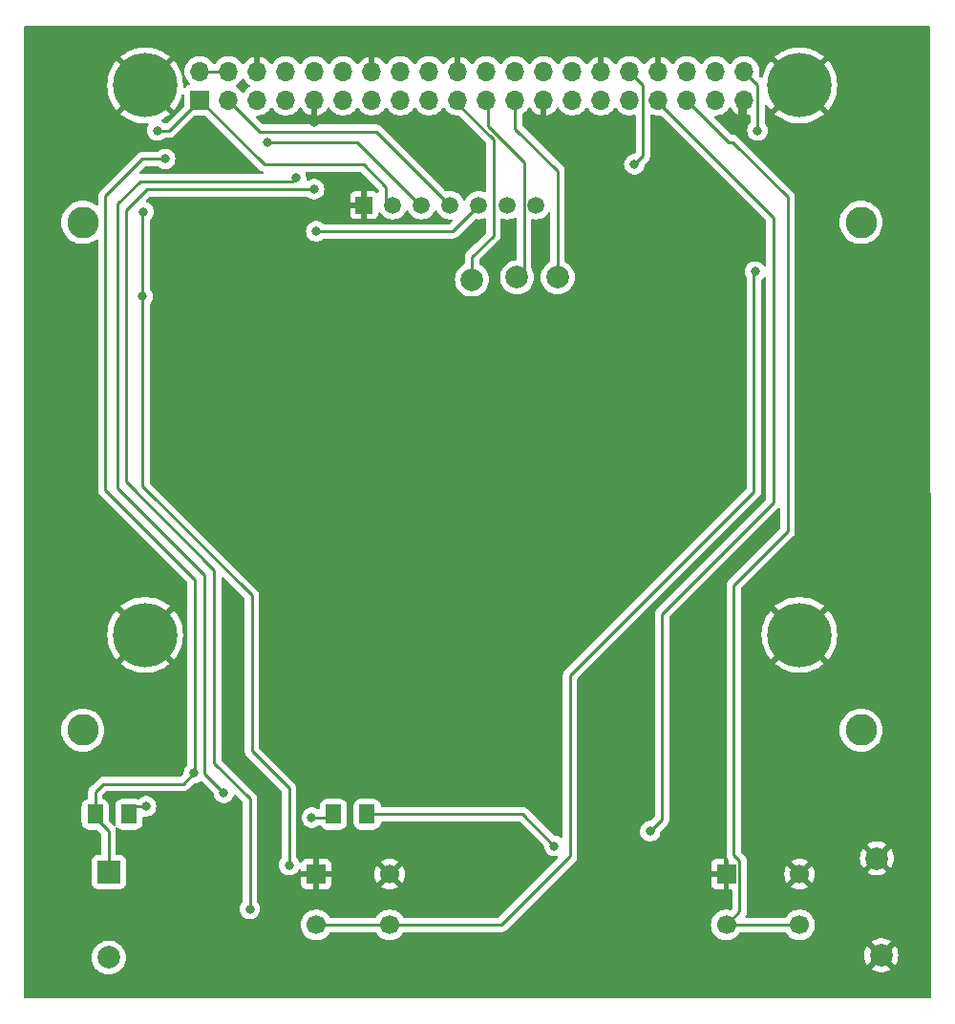
<source format=gbr>
%TF.GenerationSoftware,KiCad,Pcbnew,8.0.9-8.0.9-0~ubuntu24.04.1*%
%TF.CreationDate,2025-11-19T12:46:57-08:00*%
%TF.ProjectId,rover_monitor_r2,726f7665-725f-46d6-9f6e-69746f725f72,rev?*%
%TF.SameCoordinates,Original*%
%TF.FileFunction,Copper,L1,Top*%
%TF.FilePolarity,Positive*%
%FSLAX46Y46*%
G04 Gerber Fmt 4.6, Leading zero omitted, Abs format (unit mm)*
G04 Created by KiCad (PCBNEW 8.0.9-8.0.9-0~ubuntu24.04.1) date 2025-11-19 12:46:57*
%MOMM*%
%LPD*%
G01*
G04 APERTURE LIST*
G04 Aperture macros list*
%AMRoundRect*
0 Rectangle with rounded corners*
0 $1 Rounding radius*
0 $2 $3 $4 $5 $6 $7 $8 $9 X,Y pos of 4 corners*
0 Add a 4 corners polygon primitive as box body*
4,1,4,$2,$3,$4,$5,$6,$7,$8,$9,$2,$3,0*
0 Add four circle primitives for the rounded corners*
1,1,$1+$1,$2,$3*
1,1,$1+$1,$4,$5*
1,1,$1+$1,$6,$7*
1,1,$1+$1,$8,$9*
0 Add four rect primitives between the rounded corners*
20,1,$1+$1,$2,$3,$4,$5,0*
20,1,$1+$1,$4,$5,$6,$7,0*
20,1,$1+$1,$6,$7,$8,$9,0*
20,1,$1+$1,$8,$9,$2,$3,0*%
G04 Aperture macros list end*
%TA.AperFunction,ComponentPad*%
%ADD10C,3.600000*%
%TD*%
%TA.AperFunction,ConnectorPad*%
%ADD11C,5.700000*%
%TD*%
%TA.AperFunction,ComponentPad*%
%ADD12R,2.000000X2.000000*%
%TD*%
%TA.AperFunction,ComponentPad*%
%ADD13C,2.000000*%
%TD*%
%TA.AperFunction,SMDPad,CuDef*%
%ADD14RoundRect,0.250001X0.462499X0.624999X-0.462499X0.624999X-0.462499X-0.624999X0.462499X-0.624999X0*%
%TD*%
%TA.AperFunction,ComponentPad*%
%ADD15R,1.700000X1.700000*%
%TD*%
%TA.AperFunction,ComponentPad*%
%ADD16C,1.700000*%
%TD*%
%TA.AperFunction,ComponentPad*%
%ADD17O,1.700000X1.700000*%
%TD*%
%TA.AperFunction,ComponentPad*%
%ADD18C,1.500000*%
%TD*%
%TA.AperFunction,ComponentPad*%
%ADD19R,1.500000X1.500000*%
%TD*%
%TA.AperFunction,ComponentPad*%
%ADD20C,2.800000*%
%TD*%
%TA.AperFunction,ViaPad*%
%ADD21C,0.800000*%
%TD*%
%TA.AperFunction,Conductor*%
%ADD22C,0.250000*%
%TD*%
G04 APERTURE END LIST*
D10*
%TO.P,H1,1,1*%
%TO.N,GND*%
X56043600Y-66623200D03*
D11*
X56043600Y-66623200D03*
%TD*%
D12*
%TO.P,BZ1,1,+*%
%TO.N,+5V*%
X52813600Y-136323200D03*
D13*
%TO.P,BZ1,2,-*%
%TO.N,Net-(BZ1--)*%
X52813600Y-143923200D03*
%TD*%
%TO.P,GND1,1,1*%
%TO.N,GND*%
X121313600Y-143723200D03*
%TD*%
%TO.P,Input1,1,1*%
%TO.N,Net-(U1-SPI_MOSI)*%
X85013600Y-83823200D03*
%TD*%
D14*
%TO.P,D2,1,K*%
%TO.N,Net-(D2-K)*%
X54601100Y-131223200D03*
%TO.P,D2,2,A*%
%TO.N,+5V*%
X51626100Y-131223200D03*
%TD*%
D10*
%TO.P,H3,1,1*%
%TO.N,GND*%
X56043600Y-115323200D03*
D11*
X56043600Y-115323200D03*
%TD*%
D13*
%TO.P,GND2,1,1*%
%TO.N,GND*%
X120913600Y-135123200D03*
%TD*%
D15*
%TO.P,SW2,1,1*%
%TO.N,GND*%
X107563600Y-136523200D03*
D16*
X114063600Y-136523200D03*
%TO.P,SW2,2,2*%
%TO.N,/GPIO19*%
X107563600Y-141023200D03*
X114063600Y-141023200D03*
%TD*%
D15*
%TO.P,U1,1,3V3*%
%TO.N,+3V3*%
X60893600Y-67923200D03*
D17*
%TO.P,U1,2,5V0*%
%TO.N,+5V*%
X60893600Y-65383200D03*
%TO.P,U1,3,SDA*%
%TO.N,/SDA*%
X63433600Y-67923200D03*
%TO.P,U1,4,5V0*%
%TO.N,+5V*%
X63433600Y-65383200D03*
%TO.P,U1,5,SCL*%
%TO.N,/SCL*%
X65973600Y-67923200D03*
%TO.P,U1,6,GND*%
%TO.N,GND*%
X65973600Y-65383200D03*
%TO.P,U1,7,GPIO4*%
%TO.N,unconnected-(U1-GPIO4-Pad7)*%
X68513600Y-67923200D03*
%TO.P,U1,8,GPIO14*%
%TO.N,unconnected-(U1-GPIO14-Pad8)*%
X68513600Y-65383200D03*
%TO.P,U1,9,GND*%
%TO.N,GND*%
X71053600Y-67923200D03*
%TO.P,U1,10,GPIO15*%
%TO.N,unconnected-(U1-GPIO15-Pad10)*%
X71053600Y-65383200D03*
%TO.P,U1,11,GPIO17*%
%TO.N,unconnected-(U1-GPIO17-Pad11)*%
X73593600Y-67923200D03*
%TO.P,U1,12,GPIO18*%
%TO.N,unconnected-(U1-GPIO18-Pad12)*%
X73593600Y-65383200D03*
%TO.P,U1,13,GPIO27*%
%TO.N,unconnected-(U1-GPIO27-Pad13)*%
X76133600Y-67923200D03*
%TO.P,U1,14,GND*%
%TO.N,GND*%
X76133600Y-65383200D03*
%TO.P,U1,15,GPIO22*%
%TO.N,unconnected-(U1-GPIO22-Pad15)*%
X78673600Y-67923200D03*
%TO.P,U1,16,GPIO23*%
%TO.N,unconnected-(U1-GPIO23-Pad16)*%
X78673600Y-65383200D03*
%TO.P,U1,17,3V3*%
%TO.N,unconnected-(U1-3V3-Pad17)*%
X81213600Y-67923200D03*
%TO.P,U1,18,GPIO24*%
%TO.N,unconnected-(U1-GPIO24-Pad18)*%
X81213600Y-65383200D03*
%TO.P,U1,19,SPI_MOSI*%
%TO.N,Net-(U1-SPI_MOSI)*%
X83753600Y-67923200D03*
%TO.P,U1,20,GND*%
%TO.N,GND*%
X83753600Y-65383200D03*
%TO.P,U1,21,SPI_MISO*%
%TO.N,Net-(U1-SPI_MISO)*%
X86293600Y-67923200D03*
%TO.P,U1,22,GPIO25*%
%TO.N,Net-(JP1-A)*%
X86293600Y-65383200D03*
%TO.P,U1,23,SPI_SCLK*%
%TO.N,Net-(U1-SPI_SCLK)*%
X88833600Y-67923200D03*
%TO.P,U1,24,/SPI_CE0*%
%TO.N,Net-(JP2-A)*%
X88833600Y-65383200D03*
%TO.P,U1,25,GND*%
%TO.N,GND*%
X91373600Y-67923200D03*
%TO.P,U1,26,/SPI_CE1*%
%TO.N,unconnected-(U1-{slash}SPI_CE1-Pad26)*%
X91373600Y-65383200D03*
%TO.P,U1,27,EEDATA*%
%TO.N,unconnected-(U1-EEDATA-Pad27)*%
X93913600Y-67923200D03*
%TO.P,U1,28,EECLK*%
%TO.N,unconnected-(U1-EECLK-Pad28)*%
X93913600Y-65383200D03*
%TO.P,U1,29,GPIO5*%
%TO.N,unconnected-(U1-GPIO5-Pad29)*%
X96453600Y-67923200D03*
%TO.P,U1,30,GND*%
%TO.N,GND*%
X96453600Y-65383200D03*
%TO.P,U1,31,GPIO6*%
%TO.N,unconnected-(U1-GPIO6-Pad31)*%
X98993600Y-67923200D03*
%TO.P,U1,32,GPIO12*%
%TO.N,Net-(D3-K)*%
X98993600Y-65383200D03*
%TO.P,U1,33,GPIO13*%
%TO.N,/GPIO13*%
X101533600Y-67923200D03*
%TO.P,U1,34,GND*%
%TO.N,GND*%
X101533600Y-65383200D03*
%TO.P,U1,35,GPIO19*%
%TO.N,/GPIO19*%
X104073600Y-67923200D03*
%TO.P,U1,36,GPIO16*%
%TO.N,/GPIO16*%
X104073600Y-65383200D03*
%TO.P,U1,37,GPIO26*%
%TO.N,unconnected-(U1-GPIO26-Pad37)*%
X106613600Y-67923200D03*
%TO.P,U1,38,GPIO20*%
%TO.N,/GPIO20*%
X106613600Y-65383200D03*
%TO.P,U1,39,GND*%
%TO.N,GND*%
X109153600Y-67923200D03*
%TO.P,U1,40,GPIO21*%
%TO.N,/GPIO21*%
X109153600Y-65383200D03*
%TD*%
D10*
%TO.P,H4,1,1*%
%TO.N,GND*%
X114043600Y-115323200D03*
D11*
X114043600Y-115323200D03*
%TD*%
D13*
%TO.P,Input3,1,1*%
%TO.N,Net-(U1-SPI_SCLK)*%
X92613600Y-83623200D03*
%TD*%
D10*
%TO.P,H2,1,1*%
%TO.N,GND*%
X114043600Y-66623200D03*
D11*
X114043600Y-66623200D03*
%TD*%
D13*
%TO.P,Input2,1,1*%
%TO.N,Net-(U1-SPI_MISO)*%
X89013600Y-83623200D03*
%TD*%
D15*
%TO.P,SW1,1,1*%
%TO.N,GND*%
X71213600Y-136523200D03*
D16*
X77713600Y-136523200D03*
%TO.P,SW1,2,2*%
%TO.N,/GPIO21*%
X71213600Y-141023200D03*
X77713600Y-141023200D03*
%TD*%
D14*
%TO.P,D1,1,K*%
%TO.N,Net-(D1-K)*%
X75701100Y-131223200D03*
%TO.P,D1,2,A*%
%TO.N,+5V*%
X72726100Y-131223200D03*
%TD*%
D18*
%TO.P,U2,7,/CS*%
%TO.N,Net-(JP2-B)*%
X90693600Y-77223200D03*
%TO.P,U2,6,DC*%
%TO.N,Net-(JP1-B)*%
X88153600Y-77223200D03*
%TO.P,U2,5,/Res*%
%TO.N,Net-(D3-K)*%
X85613600Y-77223200D03*
%TO.P,U2,4,SDK*%
%TO.N,/SDA*%
X83073600Y-77223200D03*
%TO.P,U2,3,SCK*%
%TO.N,/SCL*%
X80533600Y-77223200D03*
%TO.P,U2,2,VCC*%
%TO.N,+3V3*%
X77993600Y-77223200D03*
D19*
%TO.P,U2,1,GND*%
%TO.N,GND*%
X75453600Y-77223200D03*
D20*
%TO.P,U2,*%
%TO.N,*%
X119513600Y-123763200D03*
X119513600Y-78763200D03*
X50513600Y-123763200D03*
X50513600Y-78763200D03*
%TD*%
D21*
%TO.N,GND*%
X97213600Y-71223200D03*
%TO.N,Net-(D3-K)*%
X99413600Y-73623200D03*
%TO.N,GND*%
X56613600Y-120023200D03*
X99113600Y-118023200D03*
X104513600Y-116223200D03*
%TO.N,+3V3*%
X68813600Y-135723200D03*
%TO.N,Net-(D3-K)*%
X71213600Y-79553200D03*
%TO.N,Net-(D1-K)*%
X92313600Y-134023200D03*
%TO.N,/GPIO13*%
X100813600Y-132723200D03*
%TO.N,/GPIO16*%
X65313600Y-139623200D03*
%TO.N,+5V*%
X60363600Y-127573200D03*
%TO.N,/GPIO20*%
X63013600Y-129323200D03*
%TO.N,Net-(D2-K)*%
X56113600Y-130523200D03*
%TO.N,+3V3*%
X55813600Y-85323200D03*
%TO.N,GND*%
X65313600Y-86223200D03*
X88513600Y-137823200D03*
X65213600Y-128023200D03*
X76013600Y-63123200D03*
X108713600Y-69923200D03*
X60013600Y-73423200D03*
X83713600Y-62623200D03*
X66713600Y-133523200D03*
X50213600Y-84523200D03*
X71013600Y-69923200D03*
X66013600Y-63223200D03*
X91313600Y-70423200D03*
X47313600Y-130623200D03*
X101513600Y-62623200D03*
X62713600Y-141223200D03*
X81613600Y-134623200D03*
X96413600Y-63023200D03*
X50013600Y-73523200D03*
X106113600Y-62223200D03*
X123513600Y-136023200D03*
X64713600Y-66623200D03*
X60913600Y-71223200D03*
X46913600Y-62423200D03*
X72813600Y-145923200D03*
%TO.N,+5V*%
X57813600Y-73123200D03*
X70813600Y-131523200D03*
%TO.N,+3V3*%
X55913600Y-77823200D03*
X57113600Y-70623200D03*
%TO.N,/GPIO20*%
X69413600Y-74823200D03*
%TO.N,/GPIO16*%
X71013600Y-75823200D03*
%TO.N,/GPIO21*%
X110113600Y-83123200D03*
X110328600Y-70623200D03*
%TO.N,/SCL*%
X66913600Y-71623200D03*
%TD*%
D22*
%TO.N,/GPIO21*%
X93713600Y-127023200D02*
X93713600Y-134923200D01*
X93713600Y-134923200D02*
X87613600Y-141023200D01*
X87613600Y-141023200D02*
X80013600Y-141023200D01*
X93713600Y-118923200D02*
X93713600Y-127023200D01*
%TO.N,Net-(D1-K)*%
X89513600Y-131223200D02*
X92313600Y-134023200D01*
X75701100Y-131223200D02*
X89513600Y-131223200D01*
%TO.N,+5V*%
X70813600Y-131523200D02*
X72426100Y-131523200D01*
X72426100Y-131523200D02*
X72726100Y-131223200D01*
X52813600Y-136323200D02*
X52813600Y-132723200D01*
X52813600Y-132723200D02*
X51613600Y-131523200D01*
X51613600Y-131523200D02*
X51613600Y-129248200D01*
X59413600Y-128523200D02*
X60363600Y-127573200D01*
X51613600Y-129248200D02*
X52338600Y-128523200D01*
X52338600Y-128523200D02*
X59413600Y-128523200D01*
%TO.N,/GPIO13*%
X101533600Y-67923200D02*
X101533600Y-68143200D01*
X111713600Y-103623200D02*
X101863600Y-113473200D01*
X101533600Y-68143200D02*
X111713600Y-78323200D01*
X111713600Y-78323200D02*
X111713600Y-103623200D01*
X101863600Y-113473200D02*
X101863600Y-131673200D01*
X101863600Y-131673200D02*
X100813600Y-132723200D01*
%TO.N,Net-(D3-K)*%
X99413600Y-73623200D02*
X100168600Y-72868200D01*
X100168600Y-72868200D02*
X100168600Y-66558200D01*
X100168600Y-66558200D02*
X98993600Y-65383200D01*
%TO.N,+3V3*%
X55813600Y-85323200D02*
X55813600Y-102123200D01*
X55813600Y-102123200D02*
X65513600Y-111823200D01*
X65513600Y-111823200D02*
X65513600Y-125623200D01*
X65513600Y-125623200D02*
X68813600Y-128923200D01*
X68813600Y-128923200D02*
X68813600Y-135723200D01*
%TO.N,Net-(D3-K)*%
X71213600Y-79553200D02*
X83283600Y-79553200D01*
X85463600Y-77373200D02*
X85463600Y-77223200D01*
X83283600Y-79553200D02*
X85463600Y-77373200D01*
%TO.N,/GPIO16*%
X65313600Y-139623200D02*
X65313600Y-129823200D01*
%TO.N,/GPIO20*%
X61313600Y-127623200D02*
X61313600Y-110023200D01*
X55613600Y-75123200D02*
X69113600Y-75123200D01*
X63013600Y-129323200D02*
X61313600Y-127623200D01*
X61313600Y-110023200D02*
X53613600Y-102323200D01*
X53613600Y-102323200D02*
X53613600Y-77123200D01*
X53613600Y-77123200D02*
X55613600Y-75123200D01*
X69113600Y-75123200D02*
X69413600Y-74823200D01*
%TO.N,Net-(D2-K)*%
X54313600Y-130523200D02*
X56113600Y-130523200D01*
%TO.N,/GPIO19*%
X104073600Y-67923200D02*
X107773600Y-71623200D01*
X108738600Y-135348200D02*
X108738600Y-139848200D01*
X107773600Y-71623200D02*
X108113600Y-71623200D01*
X113013600Y-76523200D02*
X113013600Y-106123200D01*
X108113600Y-71623200D02*
X113013600Y-76523200D01*
X113013600Y-106123200D02*
X108213600Y-110923200D01*
X108213600Y-110923200D02*
X108213600Y-134823200D01*
X108213600Y-134823200D02*
X108738600Y-135348200D01*
X108738600Y-139848200D02*
X107563600Y-141023200D01*
%TO.N,/GPIO21*%
X110113600Y-83123200D02*
X110013600Y-83223200D01*
X110013600Y-83223200D02*
X110013600Y-102623200D01*
X110013600Y-102623200D02*
X93713600Y-118923200D01*
%TO.N,+5V*%
X57813600Y-73123200D02*
X55813600Y-73123200D01*
X55813600Y-73123200D02*
X52513600Y-76423200D01*
X52513600Y-76423200D02*
X52513600Y-102523200D01*
X52513600Y-102523200D02*
X60413600Y-110423200D01*
X60413600Y-110423200D02*
X60413600Y-127523200D01*
X60413600Y-127523200D02*
X60363600Y-127573200D01*
%TO.N,/GPIO16*%
X65313600Y-129823200D02*
X62163600Y-126673200D01*
X62163600Y-126673200D02*
X62163600Y-109573200D01*
X62163600Y-109573200D02*
X54313600Y-101723200D01*
X54313600Y-101723200D02*
X54313600Y-77703681D01*
X56194081Y-75823200D02*
X71013600Y-75823200D01*
X54313600Y-77703681D02*
X56194081Y-75823200D01*
%TO.N,Net-(U1-SPI_SCLK)*%
X92613600Y-83623200D02*
X92613600Y-74223200D01*
X92613600Y-74223200D02*
X88833600Y-70443200D01*
X88833600Y-70443200D02*
X88833600Y-67923200D01*
%TO.N,Net-(U1-SPI_MISO)*%
X89013600Y-83623200D02*
X89618600Y-83018200D01*
X89618600Y-83018200D02*
X89618600Y-73428200D01*
X89618600Y-73428200D02*
X86413600Y-70223200D01*
X86413600Y-70223200D02*
X86413600Y-68043200D01*
X86413600Y-68043200D02*
X86293600Y-67923200D01*
%TO.N,Net-(U1-SPI_MOSI)*%
X85013600Y-83823200D02*
X85013600Y-81823200D01*
X85013600Y-81823200D02*
X86913600Y-79923200D01*
X86913600Y-79923200D02*
X86913600Y-71423200D01*
X83753600Y-68263200D02*
X83753600Y-67923200D01*
X86913600Y-71423200D02*
X83753600Y-68263200D01*
%TO.N,Net-(D3-K)*%
X85013600Y-77423200D02*
X85213600Y-77623200D01*
%TO.N,/SDA*%
X63433600Y-67923200D02*
X66233600Y-70723200D01*
X66233600Y-70723200D02*
X76513600Y-70723200D01*
X76513600Y-70723200D02*
X82801100Y-77010700D01*
%TO.N,/SCL*%
X80533600Y-77223200D02*
X80413600Y-77223200D01*
X80413600Y-77223200D02*
X74813600Y-71623200D01*
X74813600Y-71623200D02*
X66913600Y-71623200D01*
%TO.N,GND*%
X66013600Y-63223200D02*
X66013600Y-65343200D01*
X91313600Y-70423200D02*
X91373600Y-70363200D01*
X91373600Y-70363200D02*
X91373600Y-67923200D01*
X96413600Y-63023200D02*
X96413600Y-65343200D01*
X66013600Y-65343200D02*
X65973600Y-65383200D01*
X83753600Y-62663200D02*
X83753600Y-65383200D01*
X96413600Y-65343200D02*
X96453600Y-65383200D01*
X108713600Y-69923200D02*
X108713600Y-68363200D01*
X108713600Y-68363200D02*
X109153600Y-67923200D01*
X83713600Y-62623200D02*
X83753600Y-62663200D01*
X101533600Y-62743200D02*
X101533600Y-65383200D01*
X76013600Y-63123200D02*
X76013600Y-65263200D01*
X101513600Y-62723200D02*
X101533600Y-62743200D01*
X101513600Y-62623200D02*
X101513600Y-62723200D01*
X76013600Y-65263200D02*
X76133600Y-65383200D01*
%TO.N,+5V*%
X60893600Y-65383200D02*
X63433600Y-65383200D01*
%TO.N,Net-(BZ1--)*%
X53063600Y-144173200D02*
X52813600Y-143923200D01*
%TO.N,+3V3*%
X57113600Y-70623200D02*
X58193600Y-70623200D01*
X77393600Y-75603200D02*
X77393600Y-77338200D01*
X60793600Y-67823200D02*
X60893600Y-67923200D01*
X58193600Y-70623200D02*
X60893600Y-67923200D01*
X66593600Y-73623200D02*
X60893600Y-67923200D01*
X75413600Y-73623200D02*
X66593600Y-73623200D01*
X55813600Y-77823200D02*
X55813600Y-85323200D01*
X55913600Y-77823200D02*
X55813600Y-77823200D01*
X75413600Y-73623200D02*
X77393600Y-75603200D01*
%TO.N,/GPIO21*%
X70913600Y-141223200D02*
X71213600Y-140923200D01*
X109153600Y-65383200D02*
X110328600Y-66558200D01*
X77713600Y-141023200D02*
X80013600Y-141023200D01*
X110328600Y-66558200D02*
X110328600Y-70623200D01*
X71213600Y-141023200D02*
X77713600Y-141023200D01*
%TO.N,/GPIO19*%
X107563600Y-141023200D02*
X114063600Y-141023200D01*
%TO.N,/SCL*%
X66913600Y-71623200D02*
X66813600Y-71623200D01*
%TO.N,Net-(U1-SPI_MISO)*%
X89013600Y-83623200D02*
X88838600Y-83448200D01*
%TD*%
%TA.AperFunction,Conductor*%
%TO.N,GND*%
G36*
X71303600Y-69253834D02*
G01*
X71517083Y-69196633D01*
X71517092Y-69196629D01*
X71731178Y-69096800D01*
X71924682Y-68961305D01*
X72091705Y-68794282D01*
X72218468Y-68613248D01*
X72273045Y-68569623D01*
X72342544Y-68562431D01*
X72404898Y-68593953D01*
X72423851Y-68616550D01*
X72517876Y-68760465D01*
X72517884Y-68760476D01*
X72670356Y-68926102D01*
X72670360Y-68926106D01*
X72848024Y-69064389D01*
X72848025Y-69064389D01*
X72848027Y-69064391D01*
X72907914Y-69096800D01*
X73046026Y-69171542D01*
X73258965Y-69244644D01*
X73481031Y-69281700D01*
X73706169Y-69281700D01*
X73928235Y-69244644D01*
X74141174Y-69171542D01*
X74339176Y-69064389D01*
X74516840Y-68926106D01*
X74638194Y-68794282D01*
X74669315Y-68760476D01*
X74669315Y-68760475D01*
X74669322Y-68760468D01*
X74759793Y-68621990D01*
X74812938Y-68576637D01*
X74882169Y-68567213D01*
X74945505Y-68596715D01*
X74967404Y-68621987D01*
X75057878Y-68760468D01*
X75057883Y-68760473D01*
X75057884Y-68760476D01*
X75210356Y-68926102D01*
X75210360Y-68926106D01*
X75388024Y-69064389D01*
X75388025Y-69064389D01*
X75388027Y-69064391D01*
X75447914Y-69096800D01*
X75586026Y-69171542D01*
X75798965Y-69244644D01*
X76021031Y-69281700D01*
X76246169Y-69281700D01*
X76468235Y-69244644D01*
X76681174Y-69171542D01*
X76879176Y-69064389D01*
X77056840Y-68926106D01*
X77178194Y-68794282D01*
X77209315Y-68760476D01*
X77209315Y-68760475D01*
X77209322Y-68760468D01*
X77299793Y-68621990D01*
X77352938Y-68576637D01*
X77422169Y-68567213D01*
X77485505Y-68596715D01*
X77507404Y-68621987D01*
X77597878Y-68760468D01*
X77597883Y-68760473D01*
X77597884Y-68760476D01*
X77750356Y-68926102D01*
X77750360Y-68926106D01*
X77928024Y-69064389D01*
X77928025Y-69064389D01*
X77928027Y-69064391D01*
X77987914Y-69096800D01*
X78126026Y-69171542D01*
X78338965Y-69244644D01*
X78561031Y-69281700D01*
X78786169Y-69281700D01*
X79008235Y-69244644D01*
X79221174Y-69171542D01*
X79419176Y-69064389D01*
X79596840Y-68926106D01*
X79718194Y-68794282D01*
X79749315Y-68760476D01*
X79749315Y-68760475D01*
X79749322Y-68760468D01*
X79839793Y-68621990D01*
X79892938Y-68576637D01*
X79962169Y-68567213D01*
X80025505Y-68596715D01*
X80047404Y-68621987D01*
X80137878Y-68760468D01*
X80137883Y-68760473D01*
X80137884Y-68760476D01*
X80290356Y-68926102D01*
X80290360Y-68926106D01*
X80468024Y-69064389D01*
X80468025Y-69064389D01*
X80468027Y-69064391D01*
X80527914Y-69096800D01*
X80666026Y-69171542D01*
X80878965Y-69244644D01*
X81101031Y-69281700D01*
X81326169Y-69281700D01*
X81548235Y-69244644D01*
X81761174Y-69171542D01*
X81959176Y-69064389D01*
X82136840Y-68926106D01*
X82258194Y-68794282D01*
X82289315Y-68760476D01*
X82289315Y-68760475D01*
X82289322Y-68760468D01*
X82379793Y-68621990D01*
X82432938Y-68576637D01*
X82502169Y-68567213D01*
X82565505Y-68596715D01*
X82587404Y-68621987D01*
X82677878Y-68760468D01*
X82677883Y-68760473D01*
X82677884Y-68760476D01*
X82830356Y-68926102D01*
X82830360Y-68926106D01*
X83008024Y-69064389D01*
X83008025Y-69064389D01*
X83008027Y-69064391D01*
X83067914Y-69096800D01*
X83206026Y-69171542D01*
X83418965Y-69244644D01*
X83641031Y-69281700D01*
X83824834Y-69281700D01*
X83891873Y-69301385D01*
X83912515Y-69318019D01*
X86243781Y-71649285D01*
X86277266Y-71710608D01*
X86280100Y-71736966D01*
X86280100Y-75950752D01*
X86260415Y-76017791D01*
X86207611Y-76063546D01*
X86138453Y-76073490D01*
X86103697Y-76063135D01*
X86045679Y-76036081D01*
X86045676Y-76036080D01*
X85953861Y-76011478D01*
X85832972Y-75979085D01*
X85832965Y-75979084D01*
X85613602Y-75959893D01*
X85613598Y-75959893D01*
X85394234Y-75979084D01*
X85394227Y-75979085D01*
X85181520Y-76036081D01*
X84981946Y-76129144D01*
X84981942Y-76129146D01*
X84801567Y-76255447D01*
X84801560Y-76255452D01*
X84645852Y-76411160D01*
X84645847Y-76411167D01*
X84519546Y-76591542D01*
X84519544Y-76591546D01*
X84475685Y-76685604D01*
X84458154Y-76723200D01*
X84455982Y-76727857D01*
X84409810Y-76780296D01*
X84342616Y-76799448D01*
X84275735Y-76779232D01*
X84231218Y-76727857D01*
X84167656Y-76591547D01*
X84167654Y-76591544D01*
X84167653Y-76591542D01*
X84076109Y-76460805D01*
X84041349Y-76411162D01*
X83885638Y-76255451D01*
X83705254Y-76129144D01*
X83705250Y-76129142D01*
X83505681Y-76036082D01*
X83505679Y-76036081D01*
X83505676Y-76036080D01*
X83352799Y-75995116D01*
X83292972Y-75979085D01*
X83292965Y-75979084D01*
X83073602Y-75959893D01*
X83073598Y-75959893D01*
X82927352Y-75972687D01*
X82854229Y-75979085D01*
X82854226Y-75979085D01*
X82774447Y-76000462D01*
X82704597Y-75998799D01*
X82654673Y-75968368D01*
X76917436Y-70231131D01*
X76917432Y-70231128D01*
X76813681Y-70161803D01*
X76813672Y-70161798D01*
X76698385Y-70114045D01*
X76698377Y-70114043D01*
X76575998Y-70089700D01*
X76575994Y-70089700D01*
X66547366Y-70089700D01*
X66480327Y-70070015D01*
X66459685Y-70053381D01*
X65899685Y-69493381D01*
X65866200Y-69432058D01*
X65871184Y-69362366D01*
X65913056Y-69306433D01*
X65978520Y-69282016D01*
X65987366Y-69281700D01*
X66086169Y-69281700D01*
X66308235Y-69244644D01*
X66521174Y-69171542D01*
X66719176Y-69064389D01*
X66896840Y-68926106D01*
X67018194Y-68794282D01*
X67049315Y-68760476D01*
X67049315Y-68760475D01*
X67049322Y-68760468D01*
X67139793Y-68621990D01*
X67192938Y-68576637D01*
X67262169Y-68567213D01*
X67325505Y-68596715D01*
X67347404Y-68621987D01*
X67437878Y-68760468D01*
X67437883Y-68760473D01*
X67437884Y-68760476D01*
X67590356Y-68926102D01*
X67590360Y-68926106D01*
X67768024Y-69064389D01*
X67768025Y-69064389D01*
X67768027Y-69064391D01*
X67827914Y-69096800D01*
X67966026Y-69171542D01*
X68178965Y-69244644D01*
X68401031Y-69281700D01*
X68626169Y-69281700D01*
X68848235Y-69244644D01*
X69061174Y-69171542D01*
X69259176Y-69064389D01*
X69436840Y-68926106D01*
X69558194Y-68794282D01*
X69589315Y-68760476D01*
X69589315Y-68760475D01*
X69589322Y-68760468D01*
X69683349Y-68616547D01*
X69736494Y-68571194D01*
X69805725Y-68561770D01*
X69869061Y-68591272D01*
X69888730Y-68613248D01*
X70015490Y-68794278D01*
X70182517Y-68961305D01*
X70376021Y-69096800D01*
X70590107Y-69196629D01*
X70590116Y-69196633D01*
X70803600Y-69253834D01*
X70803600Y-68356212D01*
X70860607Y-68389125D01*
X70987774Y-68423200D01*
X71119426Y-68423200D01*
X71246593Y-68389125D01*
X71303600Y-68356212D01*
X71303600Y-69253834D01*
G37*
%TD.AperFunction*%
%TA.AperFunction,Conductor*%
G36*
X59460940Y-67366559D02*
G01*
X59514414Y-67411529D01*
X59535086Y-67478270D01*
X59535100Y-67480102D01*
X59535100Y-68334433D01*
X59515415Y-68401472D01*
X59498781Y-68422114D01*
X57967515Y-69953381D01*
X57906192Y-69986866D01*
X57879834Y-69989700D01*
X57820909Y-69989700D01*
X57753870Y-69970015D01*
X57728760Y-69948673D01*
X57724854Y-69944335D01*
X57720843Y-69941421D01*
X57570352Y-69832082D01*
X57570351Y-69832081D01*
X57564729Y-69828836D01*
X57565752Y-69827063D01*
X57519856Y-69788047D01*
X57499539Y-69721197D01*
X57518589Y-69653974D01*
X57570958Y-69607722D01*
X57571469Y-69607485D01*
X57615066Y-69587315D01*
X57615077Y-69587309D01*
X57926317Y-69400043D01*
X57926333Y-69400032D01*
X58215529Y-69180192D01*
X58231710Y-69164864D01*
X58231710Y-69164863D01*
X56984298Y-67917451D01*
X57085930Y-67843612D01*
X57264012Y-67665530D01*
X57337851Y-67563898D01*
X58582628Y-68808675D01*
X58582629Y-68808675D01*
X58714427Y-68653511D01*
X58714438Y-68653497D01*
X58918281Y-68352851D01*
X58918283Y-68352847D01*
X59088438Y-68031902D01*
X59088447Y-68031884D01*
X59222902Y-67694427D01*
X59222904Y-67694420D01*
X59291620Y-67446929D01*
X59328522Y-67387599D01*
X59391642Y-67357638D01*
X59460940Y-67366559D01*
G37*
%TD.AperFunction*%
%TA.AperFunction,Conductor*%
G36*
X64789061Y-66051272D02*
G01*
X64808730Y-66073248D01*
X64935490Y-66254278D01*
X65102517Y-66421305D01*
X65283402Y-66547963D01*
X65327027Y-66602540D01*
X65334219Y-66672039D01*
X65302697Y-66734393D01*
X65271297Y-66758592D01*
X65228027Y-66782009D01*
X65228022Y-66782012D01*
X65050361Y-66920292D01*
X65050356Y-66920297D01*
X64897884Y-67085923D01*
X64897876Y-67085934D01*
X64807408Y-67224406D01*
X64754262Y-67269762D01*
X64685031Y-67279186D01*
X64621695Y-67249684D01*
X64599792Y-67224406D01*
X64509323Y-67085934D01*
X64509315Y-67085923D01*
X64356843Y-66920297D01*
X64356838Y-66920292D01*
X64179177Y-66782012D01*
X64179178Y-66782012D01*
X64179176Y-66782011D01*
X64142670Y-66762255D01*
X64093079Y-66713036D01*
X64077971Y-66644819D01*
X64102141Y-66579264D01*
X64142670Y-66544145D01*
X64142684Y-66544136D01*
X64179176Y-66524389D01*
X64356840Y-66386106D01*
X64478194Y-66254282D01*
X64509315Y-66220476D01*
X64509315Y-66220475D01*
X64509322Y-66220468D01*
X64603349Y-66076547D01*
X64656494Y-66031194D01*
X64725725Y-66021770D01*
X64789061Y-66051272D01*
G37*
%TD.AperFunction*%
%TA.AperFunction,Conductor*%
G36*
X125556783Y-61342885D02*
G01*
X125602538Y-61395689D01*
X125613743Y-61447054D01*
X125708881Y-143455602D01*
X125713456Y-147399056D01*
X125693849Y-147466118D01*
X125641098Y-147511935D01*
X125589456Y-147523200D01*
X45437600Y-147523200D01*
X45370561Y-147503515D01*
X45324806Y-147450711D01*
X45313600Y-147399200D01*
X45313600Y-143923200D01*
X51300435Y-143923200D01*
X51319065Y-144159914D01*
X51374495Y-144390795D01*
X51374495Y-144390797D01*
X51465357Y-144610159D01*
X51465359Y-144610162D01*
X51589420Y-144812610D01*
X51589421Y-144812613D01*
X51589424Y-144812616D01*
X51743631Y-144993169D01*
X51870545Y-145101564D01*
X51924186Y-145147378D01*
X51924189Y-145147379D01*
X52126637Y-145271440D01*
X52126640Y-145271442D01*
X52346003Y-145362304D01*
X52346004Y-145362304D01*
X52346006Y-145362305D01*
X52576889Y-145417735D01*
X52813600Y-145436365D01*
X53050311Y-145417735D01*
X53281194Y-145362305D01*
X53281196Y-145362304D01*
X53281197Y-145362304D01*
X53500559Y-145271442D01*
X53500560Y-145271441D01*
X53500563Y-145271440D01*
X53703016Y-145147376D01*
X53883569Y-144993169D01*
X54037776Y-144812616D01*
X54161840Y-144610163D01*
X54252705Y-144390794D01*
X54308135Y-144159911D01*
X54326765Y-143923200D01*
X54311024Y-143723194D01*
X119808459Y-143723194D01*
X119808459Y-143723205D01*
X119828985Y-143970929D01*
X119828987Y-143970938D01*
X119890012Y-144211917D01*
X119989867Y-144439567D01*
X120090162Y-144593081D01*
X120830637Y-143852608D01*
X120847675Y-143916193D01*
X120913501Y-144030207D01*
X121006593Y-144123299D01*
X121120607Y-144189125D01*
X121184191Y-144206162D01*
X120443543Y-144946809D01*
X120490368Y-144983255D01*
X120490371Y-144983257D01*
X120708985Y-145101564D01*
X120708996Y-145101569D01*
X120944106Y-145182283D01*
X121189307Y-145223200D01*
X121437893Y-145223200D01*
X121683093Y-145182283D01*
X121918203Y-145101569D01*
X121918214Y-145101564D01*
X122136830Y-144983256D01*
X122136836Y-144983251D01*
X122183655Y-144946810D01*
X122183656Y-144946809D01*
X121443008Y-144206162D01*
X121506593Y-144189125D01*
X121620607Y-144123299D01*
X121713699Y-144030207D01*
X121779525Y-143916193D01*
X121796562Y-143852609D01*
X122537035Y-144593082D01*
X122637333Y-144439564D01*
X122737187Y-144211917D01*
X122798212Y-143970938D01*
X122798214Y-143970929D01*
X122818741Y-143723205D01*
X122818741Y-143723194D01*
X122798214Y-143475470D01*
X122798212Y-143475461D01*
X122737187Y-143234482D01*
X122637332Y-143006832D01*
X122537035Y-142853316D01*
X121796562Y-143593790D01*
X121779525Y-143530207D01*
X121713699Y-143416193D01*
X121620607Y-143323101D01*
X121506593Y-143257275D01*
X121443009Y-143240237D01*
X122183655Y-142499589D01*
X122183655Y-142499588D01*
X122136836Y-142463147D01*
X122136831Y-142463144D01*
X121918214Y-142344835D01*
X121918203Y-142344830D01*
X121683093Y-142264116D01*
X121437893Y-142223200D01*
X121189307Y-142223200D01*
X120944106Y-142264116D01*
X120708996Y-142344830D01*
X120708985Y-142344835D01*
X120490370Y-142463143D01*
X120443543Y-142499589D01*
X121184191Y-143240237D01*
X121120607Y-143257275D01*
X121006593Y-143323101D01*
X120913501Y-143416193D01*
X120847675Y-143530207D01*
X120830637Y-143593791D01*
X120090163Y-142853317D01*
X119989867Y-143006833D01*
X119989865Y-143006837D01*
X119890012Y-143234482D01*
X119828987Y-143475461D01*
X119828985Y-143475470D01*
X119808459Y-143723194D01*
X54311024Y-143723194D01*
X54308135Y-143686489D01*
X54252705Y-143455606D01*
X54252704Y-143455603D01*
X54252704Y-143455602D01*
X54161842Y-143236240D01*
X54161840Y-143236237D01*
X54037779Y-143033789D01*
X54037778Y-143033786D01*
X54002940Y-142992997D01*
X53883569Y-142853231D01*
X53764196Y-142751276D01*
X53703013Y-142699021D01*
X53703010Y-142699020D01*
X53500562Y-142574959D01*
X53500559Y-142574957D01*
X53281196Y-142484095D01*
X53050314Y-142428665D01*
X52813600Y-142410035D01*
X52576885Y-142428665D01*
X52346004Y-142484095D01*
X52346002Y-142484095D01*
X52126640Y-142574957D01*
X52126637Y-142574959D01*
X51924189Y-142699020D01*
X51924186Y-142699021D01*
X51743631Y-142853231D01*
X51589421Y-143033786D01*
X51589420Y-143033789D01*
X51465359Y-143236237D01*
X51465357Y-143236240D01*
X51374495Y-143455602D01*
X51374495Y-143455604D01*
X51319065Y-143686485D01*
X51300435Y-143923200D01*
X45313600Y-143923200D01*
X45313600Y-123763198D01*
X48600225Y-123763198D01*
X48600225Y-123763201D01*
X48619700Y-124035507D01*
X48677728Y-124302253D01*
X48677730Y-124302260D01*
X48736964Y-124461073D01*
X48773133Y-124558046D01*
X48773135Y-124558050D01*
X48903963Y-124797643D01*
X48903968Y-124797651D01*
X49067561Y-125016186D01*
X49067577Y-125016204D01*
X49260595Y-125209222D01*
X49260613Y-125209238D01*
X49479148Y-125372831D01*
X49479156Y-125372836D01*
X49718749Y-125503664D01*
X49718753Y-125503666D01*
X49718755Y-125503667D01*
X49974540Y-125599070D01*
X50107919Y-125628085D01*
X50241292Y-125657099D01*
X50241294Y-125657099D01*
X50241298Y-125657100D01*
X50483282Y-125674406D01*
X50513599Y-125676575D01*
X50513600Y-125676575D01*
X50513601Y-125676575D01*
X50540880Y-125674623D01*
X50785902Y-125657100D01*
X51052660Y-125599070D01*
X51308445Y-125503667D01*
X51548049Y-125372833D01*
X51766594Y-125209232D01*
X51959632Y-125016194D01*
X52123233Y-124797649D01*
X52254067Y-124558045D01*
X52349470Y-124302260D01*
X52407500Y-124035502D01*
X52426975Y-123763200D01*
X52407500Y-123490898D01*
X52349470Y-123224140D01*
X52254067Y-122968355D01*
X52123233Y-122728751D01*
X52123231Y-122728748D01*
X51959638Y-122510213D01*
X51959622Y-122510195D01*
X51766604Y-122317177D01*
X51766586Y-122317161D01*
X51548051Y-122153568D01*
X51548043Y-122153563D01*
X51308450Y-122022735D01*
X51308446Y-122022733D01*
X51211473Y-121986564D01*
X51052660Y-121927330D01*
X51052656Y-121927329D01*
X51052653Y-121927328D01*
X50785907Y-121869300D01*
X50513601Y-121849825D01*
X50513599Y-121849825D01*
X50241292Y-121869300D01*
X49974546Y-121927328D01*
X49974541Y-121927329D01*
X49974540Y-121927330D01*
X49912697Y-121950396D01*
X49718753Y-122022733D01*
X49718749Y-122022735D01*
X49479156Y-122153563D01*
X49479148Y-122153568D01*
X49260613Y-122317161D01*
X49260595Y-122317177D01*
X49067577Y-122510195D01*
X49067561Y-122510213D01*
X48903968Y-122728748D01*
X48903963Y-122728756D01*
X48773135Y-122968349D01*
X48773133Y-122968353D01*
X48677728Y-123224146D01*
X48619700Y-123490892D01*
X48600225Y-123763198D01*
X45313600Y-123763198D01*
X45313600Y-115323197D01*
X52688680Y-115323197D01*
X52688680Y-115323202D01*
X52708346Y-115685928D01*
X52767117Y-116044414D01*
X52767119Y-116044422D01*
X52864295Y-116394420D01*
X52864297Y-116394427D01*
X52998752Y-116731884D01*
X52998761Y-116731902D01*
X53168916Y-117052847D01*
X53168918Y-117052851D01*
X53372770Y-117353509D01*
X53372777Y-117353519D01*
X53504569Y-117508675D01*
X53504570Y-117508675D01*
X54749347Y-116263897D01*
X54823188Y-116365530D01*
X55001270Y-116543612D01*
X55102900Y-116617451D01*
X53855488Y-117864862D01*
X53855488Y-117864864D01*
X53871670Y-117880192D01*
X53871671Y-117880193D01*
X54160866Y-118100032D01*
X54160882Y-118100043D01*
X54472122Y-118287309D01*
X54472135Y-118287316D01*
X54801805Y-118439839D01*
X54801810Y-118439840D01*
X55146061Y-118555832D01*
X55500835Y-118633924D01*
X55861966Y-118673199D01*
X55861974Y-118673200D01*
X56225226Y-118673200D01*
X56225233Y-118673199D01*
X56586364Y-118633924D01*
X56941138Y-118555832D01*
X57285389Y-118439840D01*
X57285394Y-118439839D01*
X57615064Y-118287316D01*
X57615077Y-118287309D01*
X57926317Y-118100043D01*
X57926333Y-118100032D01*
X58215529Y-117880192D01*
X58231710Y-117864864D01*
X58231710Y-117864863D01*
X56984298Y-116617451D01*
X57085930Y-116543612D01*
X57264012Y-116365530D01*
X57337851Y-116263898D01*
X58582628Y-117508675D01*
X58582629Y-117508675D01*
X58714427Y-117353511D01*
X58714438Y-117353497D01*
X58918281Y-117052851D01*
X58918283Y-117052847D01*
X59088438Y-116731902D01*
X59088447Y-116731884D01*
X59222902Y-116394427D01*
X59222904Y-116394420D01*
X59320080Y-116044422D01*
X59320082Y-116044414D01*
X59378853Y-115685928D01*
X59398520Y-115323202D01*
X59398520Y-115323197D01*
X59378853Y-114960471D01*
X59320082Y-114601985D01*
X59320080Y-114601977D01*
X59222904Y-114251979D01*
X59222902Y-114251972D01*
X59088447Y-113914515D01*
X59088438Y-113914497D01*
X58918283Y-113593552D01*
X58918281Y-113593548D01*
X58714429Y-113292890D01*
X58714422Y-113292880D01*
X58582629Y-113137723D01*
X58582628Y-113137723D01*
X57337851Y-114382500D01*
X57264012Y-114280870D01*
X57085930Y-114102788D01*
X56984297Y-114028947D01*
X58231710Y-112781536D01*
X58231710Y-112781534D01*
X58215529Y-112766207D01*
X58215528Y-112766206D01*
X57926333Y-112546367D01*
X57926317Y-112546356D01*
X57615077Y-112359090D01*
X57615064Y-112359083D01*
X57285394Y-112206560D01*
X57285389Y-112206559D01*
X56941138Y-112090567D01*
X56586364Y-112012475D01*
X56225233Y-111973200D01*
X55861966Y-111973200D01*
X55500835Y-112012475D01*
X55146061Y-112090567D01*
X54801810Y-112206559D01*
X54801805Y-112206560D01*
X54472135Y-112359083D01*
X54472122Y-112359090D01*
X54160882Y-112546356D01*
X54160866Y-112546367D01*
X53871675Y-112766202D01*
X53855488Y-112781535D01*
X53855487Y-112781535D01*
X55102901Y-114028948D01*
X55001270Y-114102788D01*
X54823188Y-114280870D01*
X54749348Y-114382501D01*
X53504570Y-113137722D01*
X53504569Y-113137723D01*
X53372777Y-113292880D01*
X53372770Y-113292890D01*
X53168918Y-113593548D01*
X53168916Y-113593552D01*
X52998761Y-113914497D01*
X52998752Y-113914515D01*
X52864297Y-114251972D01*
X52864295Y-114251979D01*
X52767119Y-114601977D01*
X52767117Y-114601985D01*
X52708346Y-114960471D01*
X52688680Y-115323197D01*
X45313600Y-115323197D01*
X45313600Y-78763198D01*
X48600225Y-78763198D01*
X48600225Y-78763201D01*
X48619700Y-79035507D01*
X48677728Y-79302253D01*
X48677730Y-79302260D01*
X48736964Y-79461073D01*
X48773133Y-79558046D01*
X48773135Y-79558050D01*
X48903963Y-79797643D01*
X48903968Y-79797651D01*
X49067561Y-80016186D01*
X49067577Y-80016204D01*
X49260595Y-80209222D01*
X49260613Y-80209238D01*
X49479148Y-80372831D01*
X49479156Y-80372836D01*
X49718749Y-80503664D01*
X49718753Y-80503666D01*
X49718755Y-80503667D01*
X49974540Y-80599070D01*
X50107919Y-80628085D01*
X50241292Y-80657099D01*
X50241294Y-80657099D01*
X50241298Y-80657100D01*
X50483282Y-80674406D01*
X50513599Y-80676575D01*
X50513600Y-80676575D01*
X50513601Y-80676575D01*
X50540880Y-80674623D01*
X50785902Y-80657100D01*
X51052660Y-80599070D01*
X51308445Y-80503667D01*
X51548049Y-80372833D01*
X51681792Y-80272713D01*
X51747253Y-80248298D01*
X51815526Y-80263150D01*
X51864932Y-80312555D01*
X51880100Y-80371982D01*
X51880100Y-102585598D01*
X51904443Y-102707977D01*
X51904445Y-102707985D01*
X51952198Y-102823272D01*
X51952203Y-102823281D01*
X52021528Y-102927032D01*
X52021531Y-102927036D01*
X59743781Y-110649285D01*
X59777266Y-110710608D01*
X59780100Y-110736966D01*
X59780100Y-126815912D01*
X59760415Y-126882951D01*
X59748250Y-126898884D01*
X59624559Y-127036257D01*
X59529073Y-127201643D01*
X59529070Y-127201650D01*
X59477361Y-127360796D01*
X59470058Y-127383272D01*
X59452619Y-127549197D01*
X59426034Y-127613811D01*
X59416979Y-127623916D01*
X59187515Y-127853381D01*
X59126192Y-127886866D01*
X59099834Y-127889700D01*
X52276201Y-127889700D01*
X52153822Y-127914043D01*
X52153814Y-127914045D01*
X52038527Y-127961798D01*
X52038518Y-127961803D01*
X51934767Y-128031128D01*
X51934763Y-128031131D01*
X51342775Y-128623121D01*
X51209767Y-128756129D01*
X51165647Y-128800249D01*
X51121527Y-128844368D01*
X51052203Y-128948118D01*
X51052198Y-128948127D01*
X51004445Y-129063414D01*
X51004443Y-129063422D01*
X50980100Y-129185801D01*
X50980100Y-129770405D01*
X50960415Y-129837444D01*
X50907611Y-129883199D01*
X50895105Y-129888111D01*
X50840862Y-129906085D01*
X50840853Y-129906089D01*
X50689952Y-129999167D01*
X50689948Y-129999170D01*
X50564570Y-130124548D01*
X50564567Y-130124552D01*
X50471484Y-130275461D01*
X50471483Y-130275464D01*
X50415713Y-130443771D01*
X50405100Y-130547648D01*
X50405100Y-131898751D01*
X50415713Y-132002628D01*
X50471483Y-132170935D01*
X50471484Y-132170938D01*
X50564567Y-132321847D01*
X50564570Y-132321851D01*
X50689948Y-132447229D01*
X50689952Y-132447232D01*
X50840861Y-132540315D01*
X50840864Y-132540316D01*
X51009171Y-132596086D01*
X51009172Y-132596086D01*
X51009175Y-132596087D01*
X51113056Y-132606700D01*
X51749834Y-132606700D01*
X51816873Y-132626385D01*
X51837515Y-132643019D01*
X52143781Y-132949285D01*
X52177266Y-133010608D01*
X52180100Y-133036966D01*
X52180100Y-134690700D01*
X52160415Y-134757739D01*
X52107611Y-134803494D01*
X52056100Y-134814700D01*
X51764945Y-134814700D01*
X51704397Y-134821211D01*
X51704395Y-134821211D01*
X51567395Y-134872311D01*
X51450339Y-134959939D01*
X51362711Y-135076995D01*
X51311611Y-135213995D01*
X51311611Y-135213997D01*
X51305100Y-135274545D01*
X51305100Y-137371854D01*
X51311611Y-137432402D01*
X51311611Y-137432404D01*
X51362711Y-137569404D01*
X51450339Y-137686461D01*
X51567396Y-137774089D01*
X51704399Y-137825189D01*
X51731650Y-137828118D01*
X51764945Y-137831699D01*
X51764962Y-137831700D01*
X53862238Y-137831700D01*
X53862254Y-137831699D01*
X53889292Y-137828791D01*
X53922801Y-137825189D01*
X54059804Y-137774089D01*
X54176861Y-137686461D01*
X54264489Y-137569404D01*
X54315589Y-137432401D01*
X54319191Y-137398892D01*
X54322099Y-137371854D01*
X54322100Y-137371837D01*
X54322100Y-135274562D01*
X54322099Y-135274545D01*
X54317293Y-135229849D01*
X54315589Y-135213999D01*
X54306274Y-135189026D01*
X54286434Y-135135833D01*
X54264489Y-135076996D01*
X54176861Y-134959939D01*
X54059804Y-134872311D01*
X54016419Y-134856129D01*
X53922803Y-134821211D01*
X53862254Y-134814700D01*
X53862238Y-134814700D01*
X53571100Y-134814700D01*
X53504061Y-134795015D01*
X53458306Y-134742211D01*
X53447100Y-134690700D01*
X53447100Y-132660805D01*
X53447099Y-132660801D01*
X53422757Y-132538423D01*
X53421293Y-132533598D01*
X53420664Y-132463731D01*
X53457908Y-132404615D01*
X53521200Y-132375020D01*
X53590446Y-132384341D01*
X53627632Y-132409913D01*
X53664948Y-132447229D01*
X53664952Y-132447232D01*
X53815861Y-132540315D01*
X53815864Y-132540316D01*
X53984171Y-132596086D01*
X53984172Y-132596086D01*
X53984175Y-132596087D01*
X54088056Y-132606700D01*
X54088061Y-132606700D01*
X55114139Y-132606700D01*
X55114144Y-132606700D01*
X55218025Y-132596087D01*
X55386338Y-132540315D01*
X55537251Y-132447230D01*
X55662630Y-132321851D01*
X55755715Y-132170938D01*
X55811487Y-132002625D01*
X55822100Y-131898744D01*
X55822100Y-131543163D01*
X55841785Y-131476124D01*
X55894589Y-131430369D01*
X55963747Y-131420425D01*
X55971880Y-131421872D01*
X56018113Y-131431700D01*
X56209087Y-131431700D01*
X56395888Y-131391994D01*
X56570352Y-131314318D01*
X56724853Y-131202066D01*
X56852640Y-131060144D01*
X56948127Y-130894756D01*
X57007142Y-130713128D01*
X57027104Y-130523200D01*
X57007142Y-130333272D01*
X56948127Y-130151644D01*
X56852640Y-129986256D01*
X56724853Y-129844334D01*
X56570352Y-129732082D01*
X56395888Y-129654406D01*
X56395886Y-129654405D01*
X56209087Y-129614700D01*
X56018113Y-129614700D01*
X55831314Y-129654405D01*
X55656846Y-129732083D01*
X55502345Y-129844335D01*
X55498440Y-129848673D01*
X55438954Y-129885321D01*
X55406291Y-129889700D01*
X55356899Y-129889700D01*
X55317895Y-129883406D01*
X55247688Y-129860142D01*
X55218026Y-129850313D01*
X55114151Y-129839700D01*
X55114144Y-129839700D01*
X54088056Y-129839700D01*
X54088048Y-129839700D01*
X53984171Y-129850313D01*
X53815864Y-129906083D01*
X53815861Y-129906084D01*
X53664952Y-129999167D01*
X53664948Y-129999170D01*
X53539570Y-130124548D01*
X53539567Y-130124552D01*
X53446484Y-130275461D01*
X53446483Y-130275464D01*
X53390713Y-130443771D01*
X53380100Y-130547648D01*
X53380100Y-131898751D01*
X53390713Y-132002628D01*
X53425259Y-132106884D01*
X53427660Y-132176713D01*
X53391928Y-132236754D01*
X53329407Y-132267946D01*
X53259948Y-132260385D01*
X53219872Y-132233568D01*
X52883419Y-131897115D01*
X52849934Y-131835792D01*
X52847100Y-131809434D01*
X52847100Y-130547661D01*
X52847099Y-130547648D01*
X52844601Y-130523200D01*
X52836487Y-130443775D01*
X52780715Y-130275462D01*
X52780715Y-130275461D01*
X52687632Y-130124552D01*
X52687629Y-130124548D01*
X52562251Y-129999170D01*
X52562247Y-129999167D01*
X52411346Y-129906089D01*
X52411340Y-129906086D01*
X52411338Y-129906085D01*
X52411332Y-129906083D01*
X52332096Y-129879827D01*
X52274651Y-129840054D01*
X52247828Y-129775538D01*
X52247100Y-129762121D01*
X52247100Y-129561966D01*
X52266785Y-129494927D01*
X52283419Y-129474285D01*
X52564685Y-129193019D01*
X52626008Y-129159534D01*
X52652366Y-129156700D01*
X59475995Y-129156700D01*
X59475996Y-129156699D01*
X59598385Y-129132355D01*
X59713675Y-129084600D01*
X59817433Y-129015271D01*
X60314685Y-128518019D01*
X60376008Y-128484534D01*
X60402366Y-128481700D01*
X60459087Y-128481700D01*
X60645888Y-128441994D01*
X60820352Y-128364318D01*
X60930708Y-128284139D01*
X60996512Y-128260660D01*
X61064566Y-128276485D01*
X61091273Y-128296777D01*
X62066978Y-129272482D01*
X62100463Y-129333805D01*
X62102618Y-129347201D01*
X62110203Y-129419363D01*
X62120058Y-129513128D01*
X62120059Y-129513131D01*
X62179070Y-129694749D01*
X62179073Y-129694756D01*
X62274560Y-129860144D01*
X62315929Y-129906089D01*
X62388112Y-129986257D01*
X62402347Y-130002066D01*
X62556848Y-130114318D01*
X62731312Y-130191994D01*
X62918113Y-130231700D01*
X63109087Y-130231700D01*
X63295888Y-130191994D01*
X63470352Y-130114318D01*
X63624853Y-130002066D01*
X63752640Y-129860144D01*
X63848127Y-129694756D01*
X63893778Y-129554256D01*
X63933215Y-129496582D01*
X63997574Y-129469383D01*
X64066420Y-129481298D01*
X64099390Y-129504894D01*
X64643781Y-130049285D01*
X64677266Y-130110608D01*
X64680100Y-130136966D01*
X64680100Y-138921441D01*
X64660415Y-138988480D01*
X64648250Y-139004413D01*
X64574563Y-139086250D01*
X64574558Y-139086257D01*
X64479073Y-139251643D01*
X64479070Y-139251650D01*
X64420059Y-139433268D01*
X64420058Y-139433272D01*
X64400096Y-139623200D01*
X64420058Y-139813128D01*
X64420059Y-139813131D01*
X64479070Y-139994749D01*
X64479073Y-139994756D01*
X64574560Y-140160144D01*
X64702347Y-140302066D01*
X64856848Y-140414318D01*
X65031312Y-140491994D01*
X65218113Y-140531700D01*
X65409087Y-140531700D01*
X65595888Y-140491994D01*
X65770352Y-140414318D01*
X65924853Y-140302066D01*
X66052640Y-140160144D01*
X66148127Y-139994756D01*
X66207142Y-139813128D01*
X66227104Y-139623200D01*
X66207142Y-139433272D01*
X66148127Y-139251644D01*
X66052640Y-139086256D01*
X66052636Y-139086250D01*
X65978950Y-139004413D01*
X65948720Y-138941421D01*
X65947100Y-138921441D01*
X65947100Y-129760805D01*
X65947099Y-129760801D01*
X65922757Y-129638422D01*
X65922754Y-129638413D01*
X65908768Y-129604647D01*
X65887896Y-129554257D01*
X65875001Y-129523125D01*
X65874999Y-129523123D01*
X65874999Y-129523121D01*
X65805672Y-129419367D01*
X65805669Y-129419363D01*
X62833419Y-126447113D01*
X62799934Y-126385790D01*
X62797100Y-126359432D01*
X62797100Y-110301966D01*
X62816785Y-110234927D01*
X62869589Y-110189172D01*
X62938747Y-110179228D01*
X63002303Y-110208253D01*
X63008781Y-110214285D01*
X64843781Y-112049285D01*
X64877266Y-112110608D01*
X64880100Y-112136966D01*
X64880100Y-125685598D01*
X64904443Y-125807977D01*
X64904445Y-125807985D01*
X64952198Y-125923272D01*
X64952203Y-125923281D01*
X65021528Y-126027032D01*
X65021531Y-126027036D01*
X68143781Y-129149285D01*
X68177266Y-129210608D01*
X68180100Y-129236966D01*
X68180100Y-135021441D01*
X68160415Y-135088480D01*
X68148250Y-135104413D01*
X68074563Y-135186250D01*
X68074558Y-135186257D01*
X67979073Y-135351643D01*
X67979070Y-135351650D01*
X67920059Y-135533268D01*
X67920058Y-135533272D01*
X67900096Y-135723200D01*
X67920058Y-135913128D01*
X67920059Y-135913131D01*
X67979070Y-136094749D01*
X67979073Y-136094756D01*
X68074560Y-136260144D01*
X68176890Y-136373794D01*
X68185409Y-136383255D01*
X68202347Y-136402066D01*
X68356848Y-136514318D01*
X68531312Y-136591994D01*
X68718113Y-136631700D01*
X68909087Y-136631700D01*
X69095888Y-136591994D01*
X69270352Y-136514318D01*
X69424853Y-136402066D01*
X69552640Y-136260144D01*
X69632214Y-136122318D01*
X69682780Y-136074104D01*
X69751387Y-136060880D01*
X69816251Y-136086848D01*
X69856780Y-136143762D01*
X69863600Y-136184319D01*
X69863600Y-136273200D01*
X70780588Y-136273200D01*
X70747675Y-136330207D01*
X70713600Y-136457374D01*
X70713600Y-136589026D01*
X70747675Y-136716193D01*
X70780588Y-136773200D01*
X69863600Y-136773200D01*
X69863600Y-137421044D01*
X69870001Y-137480572D01*
X69870003Y-137480579D01*
X69920245Y-137615286D01*
X69920249Y-137615293D01*
X70006409Y-137730387D01*
X70006412Y-137730390D01*
X70121506Y-137816550D01*
X70121513Y-137816554D01*
X70256220Y-137866796D01*
X70256227Y-137866798D01*
X70315755Y-137873199D01*
X70315772Y-137873200D01*
X70963600Y-137873200D01*
X70963600Y-136956212D01*
X71020607Y-136989125D01*
X71147774Y-137023200D01*
X71279426Y-137023200D01*
X71406593Y-136989125D01*
X71463600Y-136956212D01*
X71463600Y-137873200D01*
X72111428Y-137873200D01*
X72111444Y-137873199D01*
X72170972Y-137866798D01*
X72170979Y-137866796D01*
X72305686Y-137816554D01*
X72305693Y-137816550D01*
X72420787Y-137730390D01*
X72420790Y-137730387D01*
X72506950Y-137615293D01*
X72506954Y-137615286D01*
X72557196Y-137480579D01*
X72557198Y-137480572D01*
X72563599Y-137421044D01*
X72563600Y-137421027D01*
X72563600Y-136773200D01*
X71646612Y-136773200D01*
X71679525Y-136716193D01*
X71713600Y-136589026D01*
X71713600Y-136523198D01*
X76358443Y-136523198D01*
X76358443Y-136523201D01*
X76379030Y-136758515D01*
X76379032Y-136758526D01*
X76440166Y-136986683D01*
X76440170Y-136986692D01*
X76539998Y-137200776D01*
X76598673Y-137284572D01*
X77230637Y-136652608D01*
X77247675Y-136716193D01*
X77313501Y-136830207D01*
X77406593Y-136923299D01*
X77520607Y-136989125D01*
X77584191Y-137006162D01*
X76952226Y-137638126D01*
X77036017Y-137696798D01*
X77036021Y-137696800D01*
X77250107Y-137796629D01*
X77250116Y-137796633D01*
X77478273Y-137857767D01*
X77478284Y-137857769D01*
X77713598Y-137878357D01*
X77713602Y-137878357D01*
X77948915Y-137857769D01*
X77948926Y-137857767D01*
X78177083Y-137796633D01*
X78177092Y-137796629D01*
X78391180Y-137696799D01*
X78474971Y-137638125D01*
X77843008Y-137006162D01*
X77906593Y-136989125D01*
X78020607Y-136923299D01*
X78113699Y-136830207D01*
X78179525Y-136716193D01*
X78196562Y-136652608D01*
X78828525Y-137284571D01*
X78887199Y-137200780D01*
X78987029Y-136986692D01*
X78987033Y-136986683D01*
X79048167Y-136758526D01*
X79048169Y-136758515D01*
X79068757Y-136523201D01*
X79068757Y-136523198D01*
X79048169Y-136287884D01*
X79048167Y-136287873D01*
X78987033Y-136059716D01*
X78987029Y-136059707D01*
X78887201Y-135845624D01*
X78828525Y-135761826D01*
X78196562Y-136393790D01*
X78179525Y-136330207D01*
X78113699Y-136216193D01*
X78020607Y-136123101D01*
X77906593Y-136057275D01*
X77843009Y-136040237D01*
X78474972Y-135408273D01*
X78391176Y-135349598D01*
X78177092Y-135249770D01*
X78177083Y-135249766D01*
X77948926Y-135188632D01*
X77948915Y-135188630D01*
X77713602Y-135168043D01*
X77713598Y-135168043D01*
X77478284Y-135188630D01*
X77478273Y-135188632D01*
X77250116Y-135249766D01*
X77250107Y-135249770D01*
X77036023Y-135349599D01*
X77036021Y-135349600D01*
X76952227Y-135408273D01*
X76952226Y-135408273D01*
X77584191Y-136040237D01*
X77520607Y-136057275D01*
X77406593Y-136123101D01*
X77313501Y-136216193D01*
X77247675Y-136330207D01*
X77230637Y-136393790D01*
X76598673Y-135761826D01*
X76598673Y-135761827D01*
X76540000Y-135845621D01*
X76539999Y-135845623D01*
X76440170Y-136059707D01*
X76440166Y-136059716D01*
X76379032Y-136287873D01*
X76379030Y-136287884D01*
X76358443Y-136523198D01*
X71713600Y-136523198D01*
X71713600Y-136457374D01*
X71679525Y-136330207D01*
X71646612Y-136273200D01*
X72563600Y-136273200D01*
X72563600Y-135625372D01*
X72563599Y-135625355D01*
X72557198Y-135565827D01*
X72557196Y-135565820D01*
X72506954Y-135431113D01*
X72506950Y-135431106D01*
X72420790Y-135316012D01*
X72420787Y-135316009D01*
X72305693Y-135229849D01*
X72305686Y-135229845D01*
X72170979Y-135179603D01*
X72170972Y-135179601D01*
X72111444Y-135173200D01*
X71463600Y-135173200D01*
X71463600Y-136090188D01*
X71406593Y-136057275D01*
X71279426Y-136023200D01*
X71147774Y-136023200D01*
X71020607Y-136057275D01*
X70963600Y-136090188D01*
X70963600Y-135173200D01*
X70315755Y-135173200D01*
X70256227Y-135179601D01*
X70256220Y-135179603D01*
X70121513Y-135229845D01*
X70121506Y-135229849D01*
X70006412Y-135316009D01*
X70006409Y-135316012D01*
X69920249Y-135431106D01*
X69920244Y-135431116D01*
X69912862Y-135450908D01*
X69870990Y-135506841D01*
X69805526Y-135531257D01*
X69737253Y-135516404D01*
X69687848Y-135466999D01*
X69678750Y-135445891D01*
X69648129Y-135351649D01*
X69648126Y-135351643D01*
X69646946Y-135349600D01*
X69589308Y-135249766D01*
X69552641Y-135186257D01*
X69552636Y-135186250D01*
X69478950Y-135104413D01*
X69448720Y-135041421D01*
X69447100Y-135021441D01*
X69447100Y-131523200D01*
X69900096Y-131523200D01*
X69920058Y-131713128D01*
X69920059Y-131713131D01*
X69979070Y-131894749D01*
X69979073Y-131894756D01*
X70074560Y-132060144D01*
X70089770Y-132077036D01*
X70188112Y-132186257D01*
X70202347Y-132202066D01*
X70356848Y-132314318D01*
X70531312Y-132391994D01*
X70718113Y-132431700D01*
X70909087Y-132431700D01*
X71095888Y-132391994D01*
X71270352Y-132314318D01*
X71424853Y-132202066D01*
X71424854Y-132202064D01*
X71430110Y-132198246D01*
X71431690Y-132200421D01*
X71483908Y-132175318D01*
X71553249Y-132183896D01*
X71606945Y-132228600D01*
X71609510Y-132232586D01*
X71664569Y-132321850D01*
X71789948Y-132447229D01*
X71789952Y-132447232D01*
X71940861Y-132540315D01*
X71940864Y-132540316D01*
X72109171Y-132596086D01*
X72109172Y-132596086D01*
X72109175Y-132596087D01*
X72213056Y-132606700D01*
X72213061Y-132606700D01*
X73239139Y-132606700D01*
X73239144Y-132606700D01*
X73343025Y-132596087D01*
X73511338Y-132540315D01*
X73662251Y-132447230D01*
X73787630Y-132321851D01*
X73880715Y-132170938D01*
X73936487Y-132002625D01*
X73947100Y-131898744D01*
X73947100Y-130547656D01*
X73936487Y-130443775D01*
X73880715Y-130275462D01*
X73880715Y-130275461D01*
X73787632Y-130124552D01*
X73787629Y-130124548D01*
X73662251Y-129999170D01*
X73662247Y-129999167D01*
X73511338Y-129906084D01*
X73511335Y-129906083D01*
X73343028Y-129850313D01*
X73239151Y-129839700D01*
X73239144Y-129839700D01*
X72213056Y-129839700D01*
X72213048Y-129839700D01*
X72109171Y-129850313D01*
X71940864Y-129906083D01*
X71940861Y-129906084D01*
X71789952Y-129999167D01*
X71789948Y-129999170D01*
X71664570Y-130124548D01*
X71664567Y-130124552D01*
X71571484Y-130275461D01*
X71571483Y-130275464D01*
X71515713Y-130443771D01*
X71505100Y-130547648D01*
X71505100Y-130659272D01*
X71485415Y-130726311D01*
X71432611Y-130772066D01*
X71363453Y-130782010D01*
X71308215Y-130759591D01*
X71270353Y-130732083D01*
X71270352Y-130732082D01*
X71095888Y-130654406D01*
X71095886Y-130654405D01*
X70909087Y-130614700D01*
X70718113Y-130614700D01*
X70531314Y-130654405D01*
X70531312Y-130654406D01*
X70358989Y-130731129D01*
X70356846Y-130732083D01*
X70202345Y-130844335D01*
X70074559Y-130986257D01*
X69979073Y-131151643D01*
X69979070Y-131151650D01*
X69920059Y-131333268D01*
X69920058Y-131333272D01*
X69900096Y-131523200D01*
X69447100Y-131523200D01*
X69447100Y-128860805D01*
X69447099Y-128860801D01*
X69422757Y-128738422D01*
X69422754Y-128738413D01*
X69375001Y-128623125D01*
X69374999Y-128623123D01*
X69374999Y-128623121D01*
X69305672Y-128519367D01*
X69305669Y-128519363D01*
X66183419Y-125397113D01*
X66149934Y-125335790D01*
X66147100Y-125309432D01*
X66147100Y-111760805D01*
X66147099Y-111760801D01*
X66122757Y-111638422D01*
X66122754Y-111638413D01*
X66108768Y-111604647D01*
X66075001Y-111523125D01*
X66074999Y-111523123D01*
X66074999Y-111523121D01*
X66005672Y-111419367D01*
X66005669Y-111419363D01*
X56483419Y-101897113D01*
X56449934Y-101835790D01*
X56447100Y-101809432D01*
X56447100Y-86024956D01*
X56466785Y-85957917D01*
X56478946Y-85941988D01*
X56552640Y-85860144D01*
X56648127Y-85694756D01*
X56707142Y-85513128D01*
X56727104Y-85323200D01*
X56707142Y-85133272D01*
X56648127Y-84951644D01*
X56600383Y-84868950D01*
X56552641Y-84786257D01*
X56552636Y-84786250D01*
X56478950Y-84704413D01*
X56448720Y-84641421D01*
X56447100Y-84621441D01*
X56447100Y-78621737D01*
X56466785Y-78554698D01*
X56498213Y-78521421D01*
X56524853Y-78502066D01*
X56538863Y-78486507D01*
X56562937Y-78459769D01*
X56652640Y-78360144D01*
X56748127Y-78194756D01*
X56807142Y-78013128D01*
X56827104Y-77823200D01*
X56807142Y-77633272D01*
X56748127Y-77451644D01*
X56652640Y-77286256D01*
X56524853Y-77144334D01*
X56370352Y-77032082D01*
X56370351Y-77032081D01*
X56196647Y-76954743D01*
X56143410Y-76909493D01*
X56123089Y-76842644D01*
X56142134Y-76775420D01*
X56159398Y-76753787D01*
X56420167Y-76493019D01*
X56481490Y-76459534D01*
X56507848Y-76456700D01*
X70306291Y-76456700D01*
X70373330Y-76476385D01*
X70398440Y-76497727D01*
X70402347Y-76502066D01*
X70556848Y-76614318D01*
X70731312Y-76691994D01*
X70918113Y-76731700D01*
X71109087Y-76731700D01*
X71295888Y-76691994D01*
X71470352Y-76614318D01*
X71624853Y-76502066D01*
X71752640Y-76360144D01*
X71848127Y-76194756D01*
X71907142Y-76013128D01*
X71927104Y-75823200D01*
X71907142Y-75633272D01*
X71848127Y-75451644D01*
X71752640Y-75286256D01*
X71624853Y-75144334D01*
X71470352Y-75032082D01*
X71295888Y-74954406D01*
X71295886Y-74954405D01*
X71109087Y-74914700D01*
X70918113Y-74914700D01*
X70731314Y-74954405D01*
X70731312Y-74954406D01*
X70575192Y-75023915D01*
X70556844Y-75032084D01*
X70509656Y-75066368D01*
X70443850Y-75089847D01*
X70375796Y-75074021D01*
X70327102Y-75023915D01*
X70313227Y-74955437D01*
X70313436Y-74953239D01*
X70327104Y-74823200D01*
X70307142Y-74633272D01*
X70248127Y-74451644D01*
X70242961Y-74442697D01*
X70226490Y-74374799D01*
X70249343Y-74308772D01*
X70304265Y-74265582D01*
X70350350Y-74256700D01*
X75099834Y-74256700D01*
X75166873Y-74276385D01*
X75187515Y-74293019D01*
X76723781Y-75829285D01*
X76757266Y-75890608D01*
X76760100Y-75916966D01*
X76760100Y-76017493D01*
X76740415Y-76084532D01*
X76687611Y-76130287D01*
X76618453Y-76140231D01*
X76561789Y-76116759D01*
X76445693Y-76029849D01*
X76445686Y-76029845D01*
X76310979Y-75979603D01*
X76310972Y-75979601D01*
X76251444Y-75973200D01*
X75703600Y-75973200D01*
X75703600Y-76790188D01*
X75646593Y-76757275D01*
X75519426Y-76723200D01*
X75387774Y-76723200D01*
X75260607Y-76757275D01*
X75203600Y-76790188D01*
X75203600Y-75973200D01*
X74655755Y-75973200D01*
X74596227Y-75979601D01*
X74596220Y-75979603D01*
X74461513Y-76029845D01*
X74461506Y-76029849D01*
X74346412Y-76116009D01*
X74346409Y-76116012D01*
X74260249Y-76231106D01*
X74260245Y-76231113D01*
X74210003Y-76365820D01*
X74210001Y-76365827D01*
X74203600Y-76425355D01*
X74203600Y-76973200D01*
X75020588Y-76973200D01*
X74987675Y-77030207D01*
X74953600Y-77157374D01*
X74953600Y-77289026D01*
X74987675Y-77416193D01*
X75020588Y-77473200D01*
X74203600Y-77473200D01*
X74203600Y-78021044D01*
X74210001Y-78080572D01*
X74210003Y-78080579D01*
X74260245Y-78215286D01*
X74260249Y-78215293D01*
X74346409Y-78330387D01*
X74346412Y-78330390D01*
X74461506Y-78416550D01*
X74461513Y-78416554D01*
X74596220Y-78466796D01*
X74596227Y-78466798D01*
X74655755Y-78473199D01*
X74655772Y-78473200D01*
X75203600Y-78473200D01*
X75203600Y-77656212D01*
X75260607Y-77689125D01*
X75387774Y-77723200D01*
X75519426Y-77723200D01*
X75646593Y-77689125D01*
X75703600Y-77656212D01*
X75703600Y-78473200D01*
X76251428Y-78473200D01*
X76251444Y-78473199D01*
X76310972Y-78466798D01*
X76310979Y-78466796D01*
X76445686Y-78416554D01*
X76445693Y-78416550D01*
X76560787Y-78330390D01*
X76560790Y-78330387D01*
X76646950Y-78215293D01*
X76646954Y-78215286D01*
X76697196Y-78080579D01*
X76697198Y-78080572D01*
X76703599Y-78021044D01*
X76703600Y-78021027D01*
X76703600Y-77968294D01*
X76723285Y-77901255D01*
X76776089Y-77855500D01*
X76845247Y-77845556D01*
X76908803Y-77874581D01*
X76929171Y-77897165D01*
X77025851Y-78035238D01*
X77181562Y-78190949D01*
X77361946Y-78317256D01*
X77561524Y-78410320D01*
X77774229Y-78467315D01*
X77915691Y-78479691D01*
X77993598Y-78486507D01*
X77993600Y-78486507D01*
X77993602Y-78486507D01*
X78048442Y-78481709D01*
X78212971Y-78467315D01*
X78425676Y-78410320D01*
X78625254Y-78317256D01*
X78805638Y-78190949D01*
X78961349Y-78035238D01*
X79087656Y-77854854D01*
X79151218Y-77718544D01*
X79197390Y-77666104D01*
X79264583Y-77646952D01*
X79331465Y-77667167D01*
X79375982Y-77718544D01*
X79424783Y-77823200D01*
X79439544Y-77854854D01*
X79565851Y-78035238D01*
X79721562Y-78190949D01*
X79901946Y-78317256D01*
X80101524Y-78410320D01*
X80314229Y-78467315D01*
X80455691Y-78479691D01*
X80533598Y-78486507D01*
X80533600Y-78486507D01*
X80533602Y-78486507D01*
X80588442Y-78481709D01*
X80752971Y-78467315D01*
X80965676Y-78410320D01*
X81165254Y-78317256D01*
X81345638Y-78190949D01*
X81501349Y-78035238D01*
X81627656Y-77854854D01*
X81691218Y-77718544D01*
X81737390Y-77666104D01*
X81804583Y-77646952D01*
X81871465Y-77667167D01*
X81915982Y-77718544D01*
X81964783Y-77823200D01*
X81979544Y-77854854D01*
X82105851Y-78035238D01*
X82261562Y-78190949D01*
X82441946Y-78317256D01*
X82641524Y-78410320D01*
X82854229Y-78467315D01*
X82995691Y-78479691D01*
X83073598Y-78486507D01*
X83073600Y-78486507D01*
X83073601Y-78486507D01*
X83092296Y-78484871D01*
X83151506Y-78479691D01*
X83220006Y-78493458D01*
X83270189Y-78542073D01*
X83286123Y-78610101D01*
X83262748Y-78675945D01*
X83249995Y-78690900D01*
X83057515Y-78883381D01*
X82996192Y-78916866D01*
X82969834Y-78919700D01*
X71920909Y-78919700D01*
X71853870Y-78900015D01*
X71828760Y-78878673D01*
X71824854Y-78874335D01*
X71671891Y-78763200D01*
X71670352Y-78762082D01*
X71495888Y-78684406D01*
X71495886Y-78684405D01*
X71309087Y-78644700D01*
X71118113Y-78644700D01*
X70931314Y-78684405D01*
X70756846Y-78762083D01*
X70602345Y-78874335D01*
X70474559Y-79016257D01*
X70379073Y-79181643D01*
X70379070Y-79181650D01*
X70339884Y-79302253D01*
X70320058Y-79363272D01*
X70300096Y-79553200D01*
X70320058Y-79743128D01*
X70320059Y-79743131D01*
X70379070Y-79924749D01*
X70379073Y-79924756D01*
X70474560Y-80090144D01*
X70561499Y-80186700D01*
X70594431Y-80223275D01*
X70602347Y-80232066D01*
X70756848Y-80344318D01*
X70931312Y-80421994D01*
X71118113Y-80461700D01*
X71309087Y-80461700D01*
X71495888Y-80421994D01*
X71670352Y-80344318D01*
X71824853Y-80232066D01*
X71828760Y-80227727D01*
X71888246Y-80191079D01*
X71920909Y-80186700D01*
X83345995Y-80186700D01*
X83345996Y-80186699D01*
X83468385Y-80162355D01*
X83583675Y-80114600D01*
X83687433Y-80045271D01*
X85241994Y-78490708D01*
X85303315Y-78457225D01*
X85361768Y-78458616D01*
X85394229Y-78467315D01*
X85575214Y-78483148D01*
X85613598Y-78486507D01*
X85613600Y-78486507D01*
X85613602Y-78486507D01*
X85668442Y-78481709D01*
X85832971Y-78467315D01*
X86045676Y-78410320D01*
X86103696Y-78383264D01*
X86172773Y-78372773D01*
X86236557Y-78401293D01*
X86274796Y-78459769D01*
X86280100Y-78495647D01*
X86280100Y-79609433D01*
X86260415Y-79676472D01*
X86243781Y-79697114D01*
X85341826Y-80599070D01*
X84609767Y-81331129D01*
X84565647Y-81375249D01*
X84521527Y-81419368D01*
X84452203Y-81523118D01*
X84452198Y-81523127D01*
X84404445Y-81638414D01*
X84404443Y-81638422D01*
X84380100Y-81760801D01*
X84380100Y-82372754D01*
X84360415Y-82439793D01*
X84320890Y-82478481D01*
X84124189Y-82599020D01*
X84124186Y-82599021D01*
X83943631Y-82753231D01*
X83789421Y-82933786D01*
X83789420Y-82933789D01*
X83665359Y-83136237D01*
X83665357Y-83136240D01*
X83574495Y-83355602D01*
X83574495Y-83355604D01*
X83519065Y-83586485D01*
X83500435Y-83823200D01*
X83519065Y-84059914D01*
X83574495Y-84290795D01*
X83574495Y-84290797D01*
X83665357Y-84510159D01*
X83665359Y-84510162D01*
X83789420Y-84712610D01*
X83789421Y-84712613D01*
X83789424Y-84712616D01*
X83943631Y-84893169D01*
X84035277Y-84971442D01*
X84124186Y-85047378D01*
X84124189Y-85047379D01*
X84326637Y-85171440D01*
X84326640Y-85171442D01*
X84546003Y-85262304D01*
X84546004Y-85262304D01*
X84546006Y-85262305D01*
X84776889Y-85317735D01*
X85013600Y-85336365D01*
X85250311Y-85317735D01*
X85481194Y-85262305D01*
X85481196Y-85262304D01*
X85481197Y-85262304D01*
X85700559Y-85171442D01*
X85700560Y-85171441D01*
X85700563Y-85171440D01*
X85903016Y-85047376D01*
X86083569Y-84893169D01*
X86237776Y-84712616D01*
X86361840Y-84510163D01*
X86452705Y-84290794D01*
X86508135Y-84059911D01*
X86526765Y-83823200D01*
X86508135Y-83586489D01*
X86452705Y-83355606D01*
X86452704Y-83355603D01*
X86452704Y-83355602D01*
X86361842Y-83136240D01*
X86361840Y-83136237D01*
X86237779Y-82933789D01*
X86237778Y-82933786D01*
X86202940Y-82892997D01*
X86083569Y-82753231D01*
X85964196Y-82651276D01*
X85903013Y-82599021D01*
X85903010Y-82599020D01*
X85706310Y-82478481D01*
X85659435Y-82426669D01*
X85647100Y-82372754D01*
X85647100Y-82136966D01*
X85666785Y-82069927D01*
X85683419Y-82049285D01*
X87405669Y-80327036D01*
X87405669Y-80327035D01*
X87405672Y-80327033D01*
X87475001Y-80223275D01*
X87522755Y-80107985D01*
X87525194Y-80095726D01*
X87547099Y-79985598D01*
X87547100Y-79985595D01*
X87547100Y-78523625D01*
X87566785Y-78456586D01*
X87619589Y-78410831D01*
X87688747Y-78400887D01*
X87716211Y-78409072D01*
X87716432Y-78408467D01*
X87721513Y-78410316D01*
X87721518Y-78410317D01*
X87721524Y-78410320D01*
X87934229Y-78467315D01*
X88075691Y-78479691D01*
X88153598Y-78486507D01*
X88153600Y-78486507D01*
X88153602Y-78486507D01*
X88208442Y-78481709D01*
X88372971Y-78467315D01*
X88585676Y-78410320D01*
X88785254Y-78317256D01*
X88789975Y-78313949D01*
X88856181Y-78291622D01*
X88923948Y-78308631D01*
X88971762Y-78359578D01*
X88985100Y-78415524D01*
X88985100Y-81997653D01*
X88965415Y-82064692D01*
X88912611Y-82110447D01*
X88870831Y-82121271D01*
X88835864Y-82124023D01*
X88776889Y-82128665D01*
X88776885Y-82128666D01*
X88546004Y-82184095D01*
X88546002Y-82184095D01*
X88326640Y-82274957D01*
X88326637Y-82274959D01*
X88124189Y-82399020D01*
X88124186Y-82399021D01*
X87943631Y-82553231D01*
X87789421Y-82733786D01*
X87789420Y-82733789D01*
X87665359Y-82936237D01*
X87665357Y-82936240D01*
X87574495Y-83155602D01*
X87574495Y-83155604D01*
X87519065Y-83386485D01*
X87500435Y-83623200D01*
X87519065Y-83859914D01*
X87574495Y-84090795D01*
X87574495Y-84090797D01*
X87665357Y-84310159D01*
X87665359Y-84310162D01*
X87789420Y-84512610D01*
X87789421Y-84512613D01*
X87789424Y-84512616D01*
X87943631Y-84693169D01*
X88052615Y-84786250D01*
X88124186Y-84847378D01*
X88124189Y-84847379D01*
X88326637Y-84971440D01*
X88326640Y-84971442D01*
X88546003Y-85062304D01*
X88546004Y-85062304D01*
X88546006Y-85062305D01*
X88776889Y-85117735D01*
X89013600Y-85136365D01*
X89250311Y-85117735D01*
X89481194Y-85062305D01*
X89481196Y-85062304D01*
X89481197Y-85062304D01*
X89700559Y-84971442D01*
X89700560Y-84971441D01*
X89700563Y-84971440D01*
X89903016Y-84847376D01*
X90083569Y-84693169D01*
X90237776Y-84512616D01*
X90361840Y-84310163D01*
X90369863Y-84290795D01*
X90452704Y-84090797D01*
X90452704Y-84090796D01*
X90452705Y-84090794D01*
X90508135Y-83859911D01*
X90526765Y-83623200D01*
X90508135Y-83386489D01*
X90452705Y-83155606D01*
X90452704Y-83155603D01*
X90452704Y-83155602D01*
X90361842Y-82936240D01*
X90361840Y-82936237D01*
X90270373Y-82786976D01*
X90252100Y-82722186D01*
X90252100Y-78569395D01*
X90271785Y-78502356D01*
X90324589Y-78456601D01*
X90393747Y-78446657D01*
X90408179Y-78449616D01*
X90474229Y-78467315D01*
X90615691Y-78479691D01*
X90693598Y-78486507D01*
X90693600Y-78486507D01*
X90693602Y-78486507D01*
X90748442Y-78481709D01*
X90912971Y-78467315D01*
X91125676Y-78410320D01*
X91325254Y-78317256D01*
X91505638Y-78190949D01*
X91661349Y-78035238D01*
X91754526Y-77902168D01*
X91809102Y-77858544D01*
X91878601Y-77851352D01*
X91940955Y-77882874D01*
X91976369Y-77943104D01*
X91980100Y-77973293D01*
X91980100Y-82172754D01*
X91960415Y-82239793D01*
X91920890Y-82278481D01*
X91724189Y-82399020D01*
X91724186Y-82399021D01*
X91543631Y-82553231D01*
X91389421Y-82733786D01*
X91389420Y-82733789D01*
X91265359Y-82936237D01*
X91265357Y-82936240D01*
X91174495Y-83155602D01*
X91174495Y-83155604D01*
X91119065Y-83386485D01*
X91100435Y-83623200D01*
X91119065Y-83859914D01*
X91174495Y-84090795D01*
X91174495Y-84090797D01*
X91265357Y-84310159D01*
X91265359Y-84310162D01*
X91389420Y-84512610D01*
X91389421Y-84512613D01*
X91389424Y-84512616D01*
X91543631Y-84693169D01*
X91652615Y-84786250D01*
X91724186Y-84847378D01*
X91724189Y-84847379D01*
X91926637Y-84971440D01*
X91926640Y-84971442D01*
X92146003Y-85062304D01*
X92146004Y-85062304D01*
X92146006Y-85062305D01*
X92376889Y-85117735D01*
X92613600Y-85136365D01*
X92850311Y-85117735D01*
X93081194Y-85062305D01*
X93081196Y-85062304D01*
X93081197Y-85062304D01*
X93300559Y-84971442D01*
X93300560Y-84971441D01*
X93300563Y-84971440D01*
X93503016Y-84847376D01*
X93683569Y-84693169D01*
X93837776Y-84512616D01*
X93961840Y-84310163D01*
X93969863Y-84290795D01*
X94052704Y-84090797D01*
X94052704Y-84090796D01*
X94052705Y-84090794D01*
X94108135Y-83859911D01*
X94126765Y-83623200D01*
X94108135Y-83386489D01*
X94052705Y-83155606D01*
X94052704Y-83155603D01*
X94052704Y-83155602D01*
X93961842Y-82936240D01*
X93961840Y-82936237D01*
X93837779Y-82733789D01*
X93837778Y-82733786D01*
X93802940Y-82692997D01*
X93683569Y-82553231D01*
X93535384Y-82426669D01*
X93503013Y-82399021D01*
X93503010Y-82399020D01*
X93306310Y-82278481D01*
X93259435Y-82226669D01*
X93247100Y-82172754D01*
X93247100Y-74160805D01*
X93247099Y-74160801D01*
X93238043Y-74115272D01*
X93222755Y-74038415D01*
X93175000Y-73923125D01*
X93174999Y-73923124D01*
X93174996Y-73923118D01*
X93105672Y-73819368D01*
X93062689Y-73776385D01*
X93017433Y-73731129D01*
X89503419Y-70217115D01*
X89469934Y-70155792D01*
X89467100Y-70129434D01*
X89467100Y-69198929D01*
X89486785Y-69131890D01*
X89532084Y-69089874D01*
X89579166Y-69064395D01*
X89579172Y-69064391D01*
X89579176Y-69064389D01*
X89756840Y-68926106D01*
X89878194Y-68794282D01*
X89909315Y-68760476D01*
X89909315Y-68760475D01*
X89909322Y-68760468D01*
X90003349Y-68616547D01*
X90056494Y-68571194D01*
X90125725Y-68561770D01*
X90189061Y-68591272D01*
X90208730Y-68613248D01*
X90335490Y-68794278D01*
X90502517Y-68961305D01*
X90696021Y-69096800D01*
X90910107Y-69196629D01*
X90910116Y-69196633D01*
X91123600Y-69253834D01*
X91123600Y-68356212D01*
X91180607Y-68389125D01*
X91307774Y-68423200D01*
X91439426Y-68423200D01*
X91566593Y-68389125D01*
X91623600Y-68356212D01*
X91623600Y-69253833D01*
X91837083Y-69196633D01*
X91837092Y-69196629D01*
X92051178Y-69096800D01*
X92244682Y-68961305D01*
X92411705Y-68794282D01*
X92538468Y-68613248D01*
X92593045Y-68569623D01*
X92662544Y-68562431D01*
X92724898Y-68593953D01*
X92743851Y-68616550D01*
X92837876Y-68760465D01*
X92837884Y-68760476D01*
X92990356Y-68926102D01*
X92990360Y-68926106D01*
X93168024Y-69064389D01*
X93168025Y-69064389D01*
X93168027Y-69064391D01*
X93227914Y-69096800D01*
X93366026Y-69171542D01*
X93578965Y-69244644D01*
X93801031Y-69281700D01*
X94026169Y-69281700D01*
X94248235Y-69244644D01*
X94461174Y-69171542D01*
X94659176Y-69064389D01*
X94836840Y-68926106D01*
X94958194Y-68794282D01*
X94989315Y-68760476D01*
X94989315Y-68760475D01*
X94989322Y-68760468D01*
X95079793Y-68621990D01*
X95132938Y-68576637D01*
X95202169Y-68567213D01*
X95265505Y-68596715D01*
X95287404Y-68621987D01*
X95377878Y-68760468D01*
X95377883Y-68760473D01*
X95377884Y-68760476D01*
X95530356Y-68926102D01*
X95530360Y-68926106D01*
X95708024Y-69064389D01*
X95708025Y-69064389D01*
X95708027Y-69064391D01*
X95767914Y-69096800D01*
X95906026Y-69171542D01*
X96118965Y-69244644D01*
X96341031Y-69281700D01*
X96566169Y-69281700D01*
X96788235Y-69244644D01*
X97001174Y-69171542D01*
X97199176Y-69064389D01*
X97376840Y-68926106D01*
X97498194Y-68794282D01*
X97529315Y-68760476D01*
X97529315Y-68760475D01*
X97529322Y-68760468D01*
X97619793Y-68621990D01*
X97672938Y-68576637D01*
X97742169Y-68567213D01*
X97805505Y-68596715D01*
X97827404Y-68621987D01*
X97917878Y-68760468D01*
X97917883Y-68760473D01*
X97917884Y-68760476D01*
X98070356Y-68926102D01*
X98070360Y-68926106D01*
X98248024Y-69064389D01*
X98248025Y-69064389D01*
X98248027Y-69064391D01*
X98307914Y-69096800D01*
X98446026Y-69171542D01*
X98658965Y-69244644D01*
X98881031Y-69281700D01*
X99106169Y-69281700D01*
X99328235Y-69244644D01*
X99370836Y-69230019D01*
X99440635Y-69226869D01*
X99501057Y-69261955D01*
X99532917Y-69324137D01*
X99535100Y-69347300D01*
X99535100Y-72554434D01*
X99515415Y-72621473D01*
X99498781Y-72642115D01*
X99462515Y-72678381D01*
X99401192Y-72711866D01*
X99374834Y-72714700D01*
X99318113Y-72714700D01*
X99131314Y-72754405D01*
X98956846Y-72832083D01*
X98802345Y-72944335D01*
X98674559Y-73086257D01*
X98579073Y-73251643D01*
X98579070Y-73251650D01*
X98541979Y-73365806D01*
X98520058Y-73433272D01*
X98500096Y-73623200D01*
X98520058Y-73813128D01*
X98520059Y-73813131D01*
X98579070Y-73994749D01*
X98579073Y-73994756D01*
X98674560Y-74160144D01*
X98802347Y-74302066D01*
X98956848Y-74414318D01*
X99131312Y-74491994D01*
X99318113Y-74531700D01*
X99509087Y-74531700D01*
X99695888Y-74491994D01*
X99870352Y-74414318D01*
X100024853Y-74302066D01*
X100152640Y-74160144D01*
X100248127Y-73994756D01*
X100307142Y-73813128D01*
X100324581Y-73647197D01*
X100351164Y-73582587D01*
X100360201Y-73572501D01*
X100660671Y-73272033D01*
X100730000Y-73168275D01*
X100777755Y-73052985D01*
X100802100Y-72930594D01*
X100802100Y-72805806D01*
X100802100Y-69280105D01*
X100821785Y-69213066D01*
X100874589Y-69167311D01*
X100943747Y-69157367D01*
X100981206Y-69169757D01*
X100981328Y-69169481D01*
X100984264Y-69170769D01*
X100985121Y-69171052D01*
X100986026Y-69171542D01*
X101198965Y-69244644D01*
X101421031Y-69281700D01*
X101646171Y-69281700D01*
X101679757Y-69276095D01*
X101694642Y-69273611D01*
X101764006Y-69281991D01*
X101802734Y-69308238D01*
X111043781Y-78549285D01*
X111077266Y-78610608D01*
X111080100Y-78636966D01*
X111080100Y-82517694D01*
X111060415Y-82584733D01*
X111007611Y-82630488D01*
X110938453Y-82640432D01*
X110874897Y-82611407D01*
X110855787Y-82590586D01*
X110852643Y-82586259D01*
X110724854Y-82444335D01*
X110718603Y-82439793D01*
X110570352Y-82332082D01*
X110395888Y-82254406D01*
X110395886Y-82254405D01*
X110209087Y-82214700D01*
X110018113Y-82214700D01*
X109831314Y-82254405D01*
X109656846Y-82332083D01*
X109502345Y-82444335D01*
X109374559Y-82586257D01*
X109279073Y-82751643D01*
X109279070Y-82751650D01*
X109220059Y-82933268D01*
X109220058Y-82933272D01*
X109200096Y-83123200D01*
X109220058Y-83313128D01*
X109220059Y-83313131D01*
X109279070Y-83494749D01*
X109279073Y-83494756D01*
X109363487Y-83640965D01*
X109380100Y-83702965D01*
X109380100Y-102309434D01*
X109360415Y-102376473D01*
X109343781Y-102397115D01*
X93309767Y-118431129D01*
X93265647Y-118475249D01*
X93221527Y-118519368D01*
X93152203Y-118623118D01*
X93152198Y-118623127D01*
X93104445Y-118738414D01*
X93104443Y-118738422D01*
X93080100Y-118860801D01*
X93080100Y-133213763D01*
X93060415Y-133280802D01*
X93007611Y-133326557D01*
X92938453Y-133336501D01*
X92883215Y-133314081D01*
X92770356Y-133232084D01*
X92770352Y-133232082D01*
X92595888Y-133154406D01*
X92595886Y-133154405D01*
X92409087Y-133114700D01*
X92352366Y-133114700D01*
X92285327Y-133095015D01*
X92264685Y-133078381D01*
X89917436Y-130731131D01*
X89917432Y-130731128D01*
X89813681Y-130661803D01*
X89813672Y-130661798D01*
X89698385Y-130614045D01*
X89698377Y-130614043D01*
X89575998Y-130589700D01*
X89575994Y-130589700D01*
X77038373Y-130589700D01*
X76971334Y-130570015D01*
X76925579Y-130517211D01*
X76915015Y-130478304D01*
X76913713Y-130465568D01*
X76911487Y-130443775D01*
X76855715Y-130275462D01*
X76855715Y-130275461D01*
X76762632Y-130124552D01*
X76762629Y-130124548D01*
X76637251Y-129999170D01*
X76637247Y-129999167D01*
X76486338Y-129906084D01*
X76486335Y-129906083D01*
X76318028Y-129850313D01*
X76214151Y-129839700D01*
X76214144Y-129839700D01*
X75188056Y-129839700D01*
X75188048Y-129839700D01*
X75084171Y-129850313D01*
X74915864Y-129906083D01*
X74915861Y-129906084D01*
X74764952Y-129999167D01*
X74764948Y-129999170D01*
X74639570Y-130124548D01*
X74639567Y-130124552D01*
X74546484Y-130275461D01*
X74546483Y-130275464D01*
X74490713Y-130443771D01*
X74480100Y-130547648D01*
X74480100Y-131898751D01*
X74490713Y-132002628D01*
X74546483Y-132170935D01*
X74546484Y-132170938D01*
X74639567Y-132321847D01*
X74639570Y-132321851D01*
X74764948Y-132447229D01*
X74764952Y-132447232D01*
X74915861Y-132540315D01*
X74915864Y-132540316D01*
X75084171Y-132596086D01*
X75084172Y-132596086D01*
X75084175Y-132596087D01*
X75188056Y-132606700D01*
X75188061Y-132606700D01*
X76214139Y-132606700D01*
X76214144Y-132606700D01*
X76318025Y-132596087D01*
X76486338Y-132540315D01*
X76637251Y-132447230D01*
X76762630Y-132321851D01*
X76855715Y-132170938D01*
X76911487Y-132002625D01*
X76915015Y-131968096D01*
X76941412Y-131903404D01*
X76998594Y-131863254D01*
X77038373Y-131856700D01*
X89199834Y-131856700D01*
X89266873Y-131876385D01*
X89287515Y-131893019D01*
X91366978Y-133972482D01*
X91400463Y-134033805D01*
X91402618Y-134047201D01*
X91410592Y-134123068D01*
X91420058Y-134213128D01*
X91420059Y-134213131D01*
X91479070Y-134394749D01*
X91479073Y-134394756D01*
X91574560Y-134560144D01*
X91702347Y-134702066D01*
X91856848Y-134814318D01*
X92031312Y-134891994D01*
X92218113Y-134931700D01*
X92409086Y-134931700D01*
X92409087Y-134931700D01*
X92507731Y-134910732D01*
X92577395Y-134916047D01*
X92633129Y-134958184D01*
X92657235Y-135023764D01*
X92642059Y-135091965D01*
X92621191Y-135119703D01*
X87387515Y-140353381D01*
X87326192Y-140386866D01*
X87299834Y-140389700D01*
X78989556Y-140389700D01*
X78922517Y-140370015D01*
X78885748Y-140333522D01*
X78789323Y-140185934D01*
X78789315Y-140185923D01*
X78636843Y-140020297D01*
X78636838Y-140020292D01*
X78459177Y-139882012D01*
X78459172Y-139882008D01*
X78261180Y-139774861D01*
X78261177Y-139774859D01*
X78261174Y-139774858D01*
X78261171Y-139774857D01*
X78261169Y-139774856D01*
X78048237Y-139701756D01*
X77826169Y-139664700D01*
X77601031Y-139664700D01*
X77378962Y-139701756D01*
X77166030Y-139774856D01*
X77166019Y-139774861D01*
X76968027Y-139882008D01*
X76968022Y-139882012D01*
X76790361Y-140020292D01*
X76790356Y-140020297D01*
X76637884Y-140185923D01*
X76637876Y-140185934D01*
X76541452Y-140333522D01*
X76488306Y-140378879D01*
X76437644Y-140389700D01*
X72489556Y-140389700D01*
X72422517Y-140370015D01*
X72385748Y-140333522D01*
X72289323Y-140185934D01*
X72289315Y-140185923D01*
X72136843Y-140020297D01*
X72136838Y-140020292D01*
X71959177Y-139882012D01*
X71959172Y-139882008D01*
X71761180Y-139774861D01*
X71761177Y-139774859D01*
X71761174Y-139774858D01*
X71761171Y-139774857D01*
X71761169Y-139774856D01*
X71548237Y-139701756D01*
X71326169Y-139664700D01*
X71101031Y-139664700D01*
X70878962Y-139701756D01*
X70666030Y-139774856D01*
X70666019Y-139774861D01*
X70468027Y-139882008D01*
X70468022Y-139882012D01*
X70290361Y-140020292D01*
X70290356Y-140020297D01*
X70137884Y-140185923D01*
X70137876Y-140185934D01*
X70014740Y-140374407D01*
X69924303Y-140580585D01*
X69869036Y-140798828D01*
X69869034Y-140798840D01*
X69850444Y-141023194D01*
X69850444Y-141023205D01*
X69869034Y-141247559D01*
X69869036Y-141247571D01*
X69924303Y-141465814D01*
X70014740Y-141671992D01*
X70137876Y-141860465D01*
X70137884Y-141860476D01*
X70290356Y-142026102D01*
X70290360Y-142026106D01*
X70468024Y-142164389D01*
X70468025Y-142164389D01*
X70468027Y-142164391D01*
X70594735Y-142232961D01*
X70666026Y-142271542D01*
X70878965Y-142344644D01*
X71101031Y-142381700D01*
X71326169Y-142381700D01*
X71548235Y-142344644D01*
X71761174Y-142271542D01*
X71959176Y-142164389D01*
X72136840Y-142026106D01*
X72289322Y-141860468D01*
X72342723Y-141778731D01*
X72385748Y-141712878D01*
X72438894Y-141667521D01*
X72489556Y-141656700D01*
X76437644Y-141656700D01*
X76504683Y-141676385D01*
X76541452Y-141712878D01*
X76637876Y-141860465D01*
X76637884Y-141860476D01*
X76790356Y-142026102D01*
X76790360Y-142026106D01*
X76968024Y-142164389D01*
X76968025Y-142164389D01*
X76968027Y-142164391D01*
X77094735Y-142232961D01*
X77166026Y-142271542D01*
X77378965Y-142344644D01*
X77601031Y-142381700D01*
X77826169Y-142381700D01*
X78048235Y-142344644D01*
X78261174Y-142271542D01*
X78459176Y-142164389D01*
X78636840Y-142026106D01*
X78789322Y-141860468D01*
X78842723Y-141778731D01*
X78885748Y-141712878D01*
X78938894Y-141667521D01*
X78989556Y-141656700D01*
X87675995Y-141656700D01*
X87675996Y-141656699D01*
X87798385Y-141632355D01*
X87913675Y-141584600D01*
X88017433Y-141515271D01*
X94205672Y-135327033D01*
X94275001Y-135223275D01*
X94311220Y-135135833D01*
X94322755Y-135107985D01*
X94347100Y-134985594D01*
X94347100Y-126960806D01*
X94347100Y-119236966D01*
X94366785Y-119169927D01*
X94383419Y-119149285D01*
X110505668Y-103027036D01*
X110505671Y-103027033D01*
X110575000Y-102923275D01*
X110622755Y-102807985D01*
X110647100Y-102685594D01*
X110647100Y-102560806D01*
X110647100Y-83921737D01*
X110666785Y-83854698D01*
X110698213Y-83821421D01*
X110724853Y-83802066D01*
X110852640Y-83660144D01*
X110852643Y-83660137D01*
X110855783Y-83655818D01*
X110911114Y-83613153D01*
X110980727Y-83607175D01*
X111042522Y-83639782D01*
X111076878Y-83700622D01*
X111080100Y-83728705D01*
X111080100Y-103309433D01*
X111060415Y-103376472D01*
X111043780Y-103397114D01*
X101459767Y-112981129D01*
X101415647Y-113025249D01*
X101371527Y-113069368D01*
X101302203Y-113173118D01*
X101302198Y-113173127D01*
X101254445Y-113288414D01*
X101254443Y-113288422D01*
X101230100Y-113410801D01*
X101230100Y-131359434D01*
X101210415Y-131426473D01*
X101193781Y-131447115D01*
X100862515Y-131778381D01*
X100801192Y-131811866D01*
X100774834Y-131814700D01*
X100718113Y-131814700D01*
X100531314Y-131854405D01*
X100356846Y-131932083D01*
X100202345Y-132044335D01*
X100074559Y-132186257D01*
X99979073Y-132351643D01*
X99979070Y-132351650D01*
X99948014Y-132447232D01*
X99920058Y-132533272D01*
X99900096Y-132723200D01*
X99920058Y-132913128D01*
X99920059Y-132913131D01*
X99979070Y-133094749D01*
X99979073Y-133094756D01*
X100074560Y-133260144D01*
X100202347Y-133402066D01*
X100356848Y-133514318D01*
X100531312Y-133591994D01*
X100718113Y-133631700D01*
X100909087Y-133631700D01*
X101095888Y-133591994D01*
X101270352Y-133514318D01*
X101424853Y-133402066D01*
X101552640Y-133260144D01*
X101648127Y-133094756D01*
X101707142Y-132913128D01*
X101724581Y-132747197D01*
X101751164Y-132682587D01*
X101760210Y-132672492D01*
X102355671Y-132077033D01*
X102425000Y-131973275D01*
X102472755Y-131857985D01*
X102497100Y-131735594D01*
X102497100Y-131610806D01*
X102497100Y-113786966D01*
X102516785Y-113719927D01*
X102533419Y-113699285D01*
X112168419Y-104064286D01*
X112229742Y-104030801D01*
X112299434Y-104035785D01*
X112355367Y-104077657D01*
X112379784Y-104143121D01*
X112380100Y-104151967D01*
X112380100Y-105809434D01*
X112360415Y-105876473D01*
X112343781Y-105897115D01*
X107809767Y-110431129D01*
X107765647Y-110475249D01*
X107721527Y-110519368D01*
X107652203Y-110623118D01*
X107652198Y-110623127D01*
X107604445Y-110738414D01*
X107604443Y-110738422D01*
X107580100Y-110860801D01*
X107580100Y-134885598D01*
X107604443Y-135007977D01*
X107604445Y-135007985D01*
X107652198Y-135123272D01*
X107652203Y-135123281D01*
X107721527Y-135227031D01*
X107721528Y-135227032D01*
X107721529Y-135227033D01*
X107777282Y-135282786D01*
X107810766Y-135344107D01*
X107813600Y-135370466D01*
X107813600Y-136090188D01*
X107756593Y-136057275D01*
X107629426Y-136023200D01*
X107497774Y-136023200D01*
X107370607Y-136057275D01*
X107313600Y-136090188D01*
X107313600Y-135173200D01*
X106665755Y-135173200D01*
X106606227Y-135179601D01*
X106606220Y-135179603D01*
X106471513Y-135229845D01*
X106471506Y-135229849D01*
X106356412Y-135316009D01*
X106356409Y-135316012D01*
X106270249Y-135431106D01*
X106270245Y-135431113D01*
X106220003Y-135565820D01*
X106220001Y-135565827D01*
X106213600Y-135625355D01*
X106213600Y-136273200D01*
X107130588Y-136273200D01*
X107097675Y-136330207D01*
X107063600Y-136457374D01*
X107063600Y-136589026D01*
X107097675Y-136716193D01*
X107130588Y-136773200D01*
X106213600Y-136773200D01*
X106213600Y-137421044D01*
X106220001Y-137480572D01*
X106220003Y-137480579D01*
X106270245Y-137615286D01*
X106270249Y-137615293D01*
X106356409Y-137730387D01*
X106356412Y-137730390D01*
X106471506Y-137816550D01*
X106471513Y-137816554D01*
X106606220Y-137866796D01*
X106606227Y-137866798D01*
X106665755Y-137873199D01*
X106665772Y-137873200D01*
X107313600Y-137873200D01*
X107313600Y-136956212D01*
X107370607Y-136989125D01*
X107497774Y-137023200D01*
X107629426Y-137023200D01*
X107756593Y-136989125D01*
X107813600Y-136956212D01*
X107813600Y-137873200D01*
X107981100Y-137873200D01*
X108048139Y-137892885D01*
X108093894Y-137945689D01*
X108105100Y-137997200D01*
X108105100Y-139534432D01*
X108085415Y-139601471D01*
X108068781Y-139622113D01*
X108020591Y-139670303D01*
X107959268Y-139703788D01*
X107902476Y-139702829D01*
X107898241Y-139701756D01*
X107676169Y-139664700D01*
X107451031Y-139664700D01*
X107228962Y-139701756D01*
X107016030Y-139774856D01*
X107016019Y-139774861D01*
X106818027Y-139882008D01*
X106818022Y-139882012D01*
X106640361Y-140020292D01*
X106640356Y-140020297D01*
X106487884Y-140185923D01*
X106487876Y-140185934D01*
X106364740Y-140374407D01*
X106274303Y-140580585D01*
X106219036Y-140798828D01*
X106219034Y-140798840D01*
X106200444Y-141023194D01*
X106200444Y-141023205D01*
X106219034Y-141247559D01*
X106219036Y-141247571D01*
X106274303Y-141465814D01*
X106364740Y-141671992D01*
X106487876Y-141860465D01*
X106487884Y-141860476D01*
X106640356Y-142026102D01*
X106640360Y-142026106D01*
X106818024Y-142164389D01*
X106818025Y-142164389D01*
X106818027Y-142164391D01*
X106944735Y-142232961D01*
X107016026Y-142271542D01*
X107228965Y-142344644D01*
X107451031Y-142381700D01*
X107676169Y-142381700D01*
X107898235Y-142344644D01*
X108111174Y-142271542D01*
X108309176Y-142164389D01*
X108486840Y-142026106D01*
X108639322Y-141860468D01*
X108692723Y-141778731D01*
X108735748Y-141712878D01*
X108788894Y-141667521D01*
X108839556Y-141656700D01*
X112787644Y-141656700D01*
X112854683Y-141676385D01*
X112891452Y-141712878D01*
X112987876Y-141860465D01*
X112987884Y-141860476D01*
X113140356Y-142026102D01*
X113140360Y-142026106D01*
X113318024Y-142164389D01*
X113318025Y-142164389D01*
X113318027Y-142164391D01*
X113444735Y-142232961D01*
X113516026Y-142271542D01*
X113728965Y-142344644D01*
X113951031Y-142381700D01*
X114176169Y-142381700D01*
X114398235Y-142344644D01*
X114611174Y-142271542D01*
X114809176Y-142164389D01*
X114986840Y-142026106D01*
X115139322Y-141860468D01*
X115262460Y-141671991D01*
X115352896Y-141465816D01*
X115408164Y-141247568D01*
X115426756Y-141023200D01*
X115408164Y-140798832D01*
X115352896Y-140580584D01*
X115262460Y-140374409D01*
X115259589Y-140370015D01*
X115139323Y-140185934D01*
X115139315Y-140185923D01*
X114986843Y-140020297D01*
X114986838Y-140020292D01*
X114809177Y-139882012D01*
X114809172Y-139882008D01*
X114611180Y-139774861D01*
X114611177Y-139774859D01*
X114611174Y-139774858D01*
X114611171Y-139774857D01*
X114611169Y-139774856D01*
X114398237Y-139701756D01*
X114176169Y-139664700D01*
X113951031Y-139664700D01*
X113728962Y-139701756D01*
X113516030Y-139774856D01*
X113516019Y-139774861D01*
X113318027Y-139882008D01*
X113318022Y-139882012D01*
X113140361Y-140020292D01*
X113140356Y-140020297D01*
X112987884Y-140185923D01*
X112987876Y-140185934D01*
X112891452Y-140333522D01*
X112838306Y-140378879D01*
X112787644Y-140389700D01*
X109370673Y-140389700D01*
X109303634Y-140370015D01*
X109257879Y-140317211D01*
X109247935Y-140248053D01*
X109267571Y-140196809D01*
X109299996Y-140148281D01*
X109299996Y-140148280D01*
X109300000Y-140148275D01*
X109347755Y-140032985D01*
X109372100Y-139910594D01*
X109372100Y-139785806D01*
X109372100Y-136523198D01*
X112708443Y-136523198D01*
X112708443Y-136523201D01*
X112729030Y-136758515D01*
X112729032Y-136758526D01*
X112790166Y-136986683D01*
X112790170Y-136986692D01*
X112889998Y-137200776D01*
X112948673Y-137284572D01*
X113580637Y-136652608D01*
X113597675Y-136716193D01*
X113663501Y-136830207D01*
X113756593Y-136923299D01*
X113870607Y-136989125D01*
X113934191Y-137006162D01*
X113302226Y-137638126D01*
X113386017Y-137696798D01*
X113386021Y-137696800D01*
X113600107Y-137796629D01*
X113600116Y-137796633D01*
X113828273Y-137857767D01*
X113828284Y-137857769D01*
X114063598Y-137878357D01*
X114063602Y-137878357D01*
X114298915Y-137857769D01*
X114298926Y-137857767D01*
X114527083Y-137796633D01*
X114527092Y-137796629D01*
X114741180Y-137696799D01*
X114824971Y-137638125D01*
X114193008Y-137006162D01*
X114256593Y-136989125D01*
X114370607Y-136923299D01*
X114463699Y-136830207D01*
X114529525Y-136716193D01*
X114546562Y-136652608D01*
X115178525Y-137284571D01*
X115237199Y-137200780D01*
X115337029Y-136986692D01*
X115337033Y-136986683D01*
X115398167Y-136758526D01*
X115398169Y-136758515D01*
X115418757Y-136523201D01*
X115418757Y-136523198D01*
X115398169Y-136287884D01*
X115398167Y-136287873D01*
X115337033Y-136059716D01*
X115337029Y-136059707D01*
X115237201Y-135845624D01*
X115178525Y-135761826D01*
X114546562Y-136393790D01*
X114529525Y-136330207D01*
X114463699Y-136216193D01*
X114370607Y-136123101D01*
X114256593Y-136057275D01*
X114193009Y-136040237D01*
X114824972Y-135408273D01*
X114741176Y-135349598D01*
X114527092Y-135249770D01*
X114527083Y-135249766D01*
X114298926Y-135188632D01*
X114298915Y-135188630D01*
X114063602Y-135168043D01*
X114063598Y-135168043D01*
X113828284Y-135188630D01*
X113828273Y-135188632D01*
X113600116Y-135249766D01*
X113600107Y-135249770D01*
X113386023Y-135349599D01*
X113386021Y-135349600D01*
X113302227Y-135408273D01*
X113302226Y-135408273D01*
X113934191Y-136040237D01*
X113870607Y-136057275D01*
X113756593Y-136123101D01*
X113663501Y-136216193D01*
X113597675Y-136330207D01*
X113580637Y-136393790D01*
X112948673Y-135761826D01*
X112948673Y-135761827D01*
X112890000Y-135845621D01*
X112889999Y-135845623D01*
X112790170Y-136059707D01*
X112790166Y-136059716D01*
X112729032Y-136287873D01*
X112729030Y-136287884D01*
X112708443Y-136523198D01*
X109372100Y-136523198D01*
X109372100Y-135285806D01*
X109347755Y-135163415D01*
X109331095Y-135123194D01*
X119408459Y-135123194D01*
X119408459Y-135123205D01*
X119428985Y-135370929D01*
X119428987Y-135370938D01*
X119490012Y-135611917D01*
X119589867Y-135839567D01*
X119690162Y-135993081D01*
X120430637Y-135252608D01*
X120447675Y-135316193D01*
X120513501Y-135430207D01*
X120606593Y-135523299D01*
X120720607Y-135589125D01*
X120784191Y-135606162D01*
X120043543Y-136346809D01*
X120090368Y-136383255D01*
X120090371Y-136383257D01*
X120308985Y-136501564D01*
X120308996Y-136501569D01*
X120544106Y-136582283D01*
X120789307Y-136623200D01*
X121037893Y-136623200D01*
X121283093Y-136582283D01*
X121518203Y-136501569D01*
X121518214Y-136501564D01*
X121736830Y-136383256D01*
X121736836Y-136383251D01*
X121783655Y-136346810D01*
X121783656Y-136346809D01*
X121043008Y-135606162D01*
X121106593Y-135589125D01*
X121220607Y-135523299D01*
X121313699Y-135430207D01*
X121379525Y-135316193D01*
X121396562Y-135252609D01*
X122137035Y-135993082D01*
X122237333Y-135839564D01*
X122337187Y-135611917D01*
X122398212Y-135370938D01*
X122398214Y-135370929D01*
X122418741Y-135123205D01*
X122418741Y-135123194D01*
X122398214Y-134875470D01*
X122398212Y-134875461D01*
X122337187Y-134634482D01*
X122237332Y-134406832D01*
X122137035Y-134253316D01*
X121396562Y-134993790D01*
X121379525Y-134930207D01*
X121313699Y-134816193D01*
X121220607Y-134723101D01*
X121106593Y-134657275D01*
X121043009Y-134640237D01*
X121783655Y-133899589D01*
X121783655Y-133899588D01*
X121736836Y-133863147D01*
X121736831Y-133863144D01*
X121518214Y-133744835D01*
X121518203Y-133744830D01*
X121283093Y-133664116D01*
X121037893Y-133623200D01*
X120789307Y-133623200D01*
X120544106Y-133664116D01*
X120308996Y-133744830D01*
X120308985Y-133744835D01*
X120090370Y-133863143D01*
X120043543Y-133899589D01*
X120784191Y-134640237D01*
X120720607Y-134657275D01*
X120606593Y-134723101D01*
X120513501Y-134816193D01*
X120447675Y-134930207D01*
X120430637Y-134993791D01*
X119690163Y-134253317D01*
X119589867Y-134406833D01*
X119589865Y-134406837D01*
X119490012Y-134634482D01*
X119428987Y-134875461D01*
X119428985Y-134875470D01*
X119408459Y-135123194D01*
X109331095Y-135123194D01*
X109300000Y-135048125D01*
X109299999Y-135048124D01*
X109299996Y-135048118D01*
X109230672Y-134944368D01*
X109197036Y-134910732D01*
X109142433Y-134856129D01*
X108883419Y-134597115D01*
X108849934Y-134535792D01*
X108847100Y-134509434D01*
X108847100Y-123763198D01*
X117600225Y-123763198D01*
X117600225Y-123763201D01*
X117619700Y-124035507D01*
X117677728Y-124302253D01*
X117677730Y-124302260D01*
X117736964Y-124461073D01*
X117773133Y-124558046D01*
X117773135Y-124558050D01*
X117903963Y-124797643D01*
X117903968Y-124797651D01*
X118067561Y-125016186D01*
X118067577Y-125016204D01*
X118260595Y-125209222D01*
X118260613Y-125209238D01*
X118479148Y-125372831D01*
X118479156Y-125372836D01*
X118718749Y-125503664D01*
X118718753Y-125503666D01*
X118718755Y-125503667D01*
X118974540Y-125599070D01*
X119107919Y-125628085D01*
X119241292Y-125657099D01*
X119241294Y-125657099D01*
X119241298Y-125657100D01*
X119483282Y-125674406D01*
X119513599Y-125676575D01*
X119513600Y-125676575D01*
X119513601Y-125676575D01*
X119540880Y-125674623D01*
X119785902Y-125657100D01*
X120052660Y-125599070D01*
X120308445Y-125503667D01*
X120548049Y-125372833D01*
X120766594Y-125209232D01*
X120959632Y-125016194D01*
X121123233Y-124797649D01*
X121254067Y-124558045D01*
X121349470Y-124302260D01*
X121407500Y-124035502D01*
X121426975Y-123763200D01*
X121407500Y-123490898D01*
X121349470Y-123224140D01*
X121254067Y-122968355D01*
X121123233Y-122728751D01*
X121123231Y-122728748D01*
X120959638Y-122510213D01*
X120959622Y-122510195D01*
X120766604Y-122317177D01*
X120766586Y-122317161D01*
X120548051Y-122153568D01*
X120548043Y-122153563D01*
X120308450Y-122022735D01*
X120308446Y-122022733D01*
X120211473Y-121986564D01*
X120052660Y-121927330D01*
X120052656Y-121927329D01*
X120052653Y-121927328D01*
X119785907Y-121869300D01*
X119513601Y-121849825D01*
X119513599Y-121849825D01*
X119241292Y-121869300D01*
X118974546Y-121927328D01*
X118974541Y-121927329D01*
X118974540Y-121927330D01*
X118912697Y-121950396D01*
X118718753Y-122022733D01*
X118718749Y-122022735D01*
X118479156Y-122153563D01*
X118479148Y-122153568D01*
X118260613Y-122317161D01*
X118260595Y-122317177D01*
X118067577Y-122510195D01*
X118067561Y-122510213D01*
X117903968Y-122728748D01*
X117903963Y-122728756D01*
X117773135Y-122968349D01*
X117773133Y-122968353D01*
X117677728Y-123224146D01*
X117619700Y-123490892D01*
X117600225Y-123763198D01*
X108847100Y-123763198D01*
X108847100Y-115323197D01*
X110688680Y-115323197D01*
X110688680Y-115323202D01*
X110708346Y-115685928D01*
X110767117Y-116044414D01*
X110767119Y-116044422D01*
X110864295Y-116394420D01*
X110864297Y-116394427D01*
X110998752Y-116731884D01*
X110998761Y-116731902D01*
X111168916Y-117052847D01*
X111168918Y-117052851D01*
X111372770Y-117353509D01*
X111372777Y-117353519D01*
X111504569Y-117508675D01*
X111504570Y-117508675D01*
X112749347Y-116263897D01*
X112823188Y-116365530D01*
X113001270Y-116543612D01*
X113102900Y-116617451D01*
X111855488Y-117864862D01*
X111855488Y-117864864D01*
X111871670Y-117880192D01*
X111871671Y-117880193D01*
X112160866Y-118100032D01*
X112160882Y-118100043D01*
X112472122Y-118287309D01*
X112472135Y-118287316D01*
X112801805Y-118439839D01*
X112801810Y-118439840D01*
X113146061Y-118555832D01*
X113500835Y-118633924D01*
X113861966Y-118673199D01*
X113861974Y-118673200D01*
X114225226Y-118673200D01*
X114225233Y-118673199D01*
X114586364Y-118633924D01*
X114941138Y-118555832D01*
X115285389Y-118439840D01*
X115285394Y-118439839D01*
X115615064Y-118287316D01*
X115615077Y-118287309D01*
X115926317Y-118100043D01*
X115926333Y-118100032D01*
X116215529Y-117880192D01*
X116231710Y-117864864D01*
X116231710Y-117864863D01*
X114984298Y-116617451D01*
X115085930Y-116543612D01*
X115264012Y-116365530D01*
X115337851Y-116263898D01*
X116582628Y-117508675D01*
X116582629Y-117508675D01*
X116714427Y-117353511D01*
X116714438Y-117353497D01*
X116918281Y-117052851D01*
X116918283Y-117052847D01*
X117088438Y-116731902D01*
X117088447Y-116731884D01*
X117222902Y-116394427D01*
X117222904Y-116394420D01*
X117320080Y-116044422D01*
X117320082Y-116044414D01*
X117378853Y-115685928D01*
X117398520Y-115323202D01*
X117398520Y-115323197D01*
X117378853Y-114960471D01*
X117320082Y-114601985D01*
X117320080Y-114601977D01*
X117222904Y-114251979D01*
X117222902Y-114251972D01*
X117088447Y-113914515D01*
X117088438Y-113914497D01*
X116918283Y-113593552D01*
X116918281Y-113593548D01*
X116714429Y-113292890D01*
X116714422Y-113292880D01*
X116582629Y-113137723D01*
X116582628Y-113137723D01*
X115337851Y-114382500D01*
X115264012Y-114280870D01*
X115085930Y-114102788D01*
X114984297Y-114028947D01*
X116231710Y-112781536D01*
X116231710Y-112781534D01*
X116215529Y-112766207D01*
X116215528Y-112766206D01*
X115926333Y-112546367D01*
X115926317Y-112546356D01*
X115615077Y-112359090D01*
X115615064Y-112359083D01*
X115285394Y-112206560D01*
X115285389Y-112206559D01*
X114941138Y-112090567D01*
X114586364Y-112012475D01*
X114225233Y-111973200D01*
X113861966Y-111973200D01*
X113500835Y-112012475D01*
X113146061Y-112090567D01*
X112801810Y-112206559D01*
X112801805Y-112206560D01*
X112472135Y-112359083D01*
X112472122Y-112359090D01*
X112160882Y-112546356D01*
X112160866Y-112546367D01*
X111871675Y-112766202D01*
X111855488Y-112781535D01*
X111855487Y-112781535D01*
X113102901Y-114028948D01*
X113001270Y-114102788D01*
X112823188Y-114280870D01*
X112749348Y-114382501D01*
X111504570Y-113137722D01*
X111504569Y-113137723D01*
X111372777Y-113292880D01*
X111372770Y-113292890D01*
X111168918Y-113593548D01*
X111168916Y-113593552D01*
X110998761Y-113914497D01*
X110998752Y-113914515D01*
X110864297Y-114251972D01*
X110864295Y-114251979D01*
X110767119Y-114601977D01*
X110767117Y-114601985D01*
X110708346Y-114960471D01*
X110688680Y-115323197D01*
X108847100Y-115323197D01*
X108847100Y-111236966D01*
X108866785Y-111169927D01*
X108883419Y-111149285D01*
X113505668Y-106527036D01*
X113505671Y-106527033D01*
X113575000Y-106423275D01*
X113622755Y-106307985D01*
X113647100Y-106185594D01*
X113647100Y-106060806D01*
X113647100Y-78763198D01*
X117600225Y-78763198D01*
X117600225Y-78763201D01*
X117619700Y-79035507D01*
X117677728Y-79302253D01*
X117677730Y-79302260D01*
X117736964Y-79461073D01*
X117773133Y-79558046D01*
X117773135Y-79558050D01*
X117903963Y-79797643D01*
X117903968Y-79797651D01*
X118067561Y-80016186D01*
X118067577Y-80016204D01*
X118260595Y-80209222D01*
X118260613Y-80209238D01*
X118479148Y-80372831D01*
X118479156Y-80372836D01*
X118718749Y-80503664D01*
X118718753Y-80503666D01*
X118718755Y-80503667D01*
X118974540Y-80599070D01*
X119107919Y-80628085D01*
X119241292Y-80657099D01*
X119241294Y-80657099D01*
X119241298Y-80657100D01*
X119483282Y-80674406D01*
X119513599Y-80676575D01*
X119513600Y-80676575D01*
X119513601Y-80676575D01*
X119540880Y-80674623D01*
X119785902Y-80657100D01*
X120052660Y-80599070D01*
X120308445Y-80503667D01*
X120548049Y-80372833D01*
X120766594Y-80209232D01*
X120959632Y-80016194D01*
X121123233Y-79797649D01*
X121254067Y-79558045D01*
X121349470Y-79302260D01*
X121407500Y-79035502D01*
X121426975Y-78763200D01*
X121407500Y-78490898D01*
X121402257Y-78466798D01*
X121349471Y-78224146D01*
X121349470Y-78224140D01*
X121254067Y-77968355D01*
X121252827Y-77966085D01*
X121123236Y-77728756D01*
X121123231Y-77728748D01*
X120959638Y-77510213D01*
X120959622Y-77510195D01*
X120766604Y-77317177D01*
X120766586Y-77317161D01*
X120548051Y-77153568D01*
X120548043Y-77153563D01*
X120308450Y-77022735D01*
X120308446Y-77022733D01*
X120175642Y-76973200D01*
X120052660Y-76927330D01*
X120052656Y-76927329D01*
X120052653Y-76927328D01*
X119785907Y-76869300D01*
X119513601Y-76849825D01*
X119513599Y-76849825D01*
X119241292Y-76869300D01*
X118974546Y-76927328D01*
X118974541Y-76927329D01*
X118974540Y-76927330D01*
X118915001Y-76949537D01*
X118718753Y-77022733D01*
X118718749Y-77022735D01*
X118479156Y-77153563D01*
X118479148Y-77153568D01*
X118260613Y-77317161D01*
X118260595Y-77317177D01*
X118067577Y-77510195D01*
X118067561Y-77510213D01*
X117903968Y-77728748D01*
X117903963Y-77728756D01*
X117773135Y-77968349D01*
X117773133Y-77968353D01*
X117709704Y-78138415D01*
X117681033Y-78215286D01*
X117677728Y-78224146D01*
X117619700Y-78490892D01*
X117600225Y-78763198D01*
X113647100Y-78763198D01*
X113647100Y-76460806D01*
X113622755Y-76338415D01*
X113575000Y-76223125D01*
X113574999Y-76223124D01*
X113574996Y-76223118D01*
X113505672Y-76119368D01*
X113470836Y-76084532D01*
X113417433Y-76031129D01*
X110968891Y-73582587D01*
X108517436Y-71131131D01*
X108517432Y-71131128D01*
X108413681Y-71061803D01*
X108413672Y-71061798D01*
X108298385Y-71014045D01*
X108298377Y-71014043D01*
X108175998Y-70989700D01*
X108175994Y-70989700D01*
X108087366Y-70989700D01*
X108020327Y-70970015D01*
X107999685Y-70953381D01*
X106539685Y-69493381D01*
X106506200Y-69432058D01*
X106511184Y-69362366D01*
X106553056Y-69306433D01*
X106618520Y-69282016D01*
X106627366Y-69281700D01*
X106726169Y-69281700D01*
X106948235Y-69244644D01*
X107161174Y-69171542D01*
X107359176Y-69064389D01*
X107536840Y-68926106D01*
X107658194Y-68794282D01*
X107689315Y-68760476D01*
X107689315Y-68760475D01*
X107689322Y-68760468D01*
X107783349Y-68616547D01*
X107836494Y-68571194D01*
X107905725Y-68561770D01*
X107969061Y-68591272D01*
X107988730Y-68613248D01*
X108115490Y-68794278D01*
X108282517Y-68961305D01*
X108476021Y-69096800D01*
X108690107Y-69196629D01*
X108690116Y-69196633D01*
X108903600Y-69253834D01*
X108903600Y-68356212D01*
X108960607Y-68389125D01*
X109087774Y-68423200D01*
X109219426Y-68423200D01*
X109346593Y-68389125D01*
X109403600Y-68356212D01*
X109403600Y-69253833D01*
X109539007Y-69217553D01*
X109608857Y-69219216D01*
X109666719Y-69258379D01*
X109694223Y-69322607D01*
X109695100Y-69337328D01*
X109695100Y-69921441D01*
X109675415Y-69988480D01*
X109663250Y-70004413D01*
X109589563Y-70086250D01*
X109589558Y-70086257D01*
X109494073Y-70251643D01*
X109494070Y-70251650D01*
X109452105Y-70380806D01*
X109435058Y-70433272D01*
X109415096Y-70623200D01*
X109435058Y-70813128D01*
X109435059Y-70813131D01*
X109494070Y-70994749D01*
X109494073Y-70994756D01*
X109589560Y-71160144D01*
X109676499Y-71256700D01*
X109701620Y-71284600D01*
X109717347Y-71302066D01*
X109871848Y-71414318D01*
X110046312Y-71491994D01*
X110233113Y-71531700D01*
X110424087Y-71531700D01*
X110610888Y-71491994D01*
X110785352Y-71414318D01*
X110939853Y-71302066D01*
X111067640Y-71160144D01*
X111163127Y-70994756D01*
X111222142Y-70813128D01*
X111242104Y-70623200D01*
X111222142Y-70433272D01*
X111163127Y-70251644D01*
X111083683Y-70114043D01*
X111067641Y-70086257D01*
X111067636Y-70086250D01*
X110993950Y-70004413D01*
X110963720Y-69941421D01*
X110962100Y-69921441D01*
X110962100Y-68451662D01*
X110981785Y-68384623D01*
X111034589Y-68338868D01*
X111103747Y-68328924D01*
X111167303Y-68357949D01*
X111188733Y-68382075D01*
X111372770Y-68653509D01*
X111372777Y-68653519D01*
X111504569Y-68808675D01*
X111504570Y-68808675D01*
X112749347Y-67563897D01*
X112823188Y-67665530D01*
X113001270Y-67843612D01*
X113102900Y-67917451D01*
X111855488Y-69164862D01*
X111855488Y-69164864D01*
X111871670Y-69180192D01*
X111871671Y-69180193D01*
X112160866Y-69400032D01*
X112160882Y-69400043D01*
X112472122Y-69587309D01*
X112472135Y-69587316D01*
X112801805Y-69739839D01*
X112801810Y-69739840D01*
X113146061Y-69855832D01*
X113500835Y-69933924D01*
X113861966Y-69973199D01*
X113861974Y-69973200D01*
X114225226Y-69973200D01*
X114225233Y-69973199D01*
X114586364Y-69933924D01*
X114941138Y-69855832D01*
X115285389Y-69739840D01*
X115285394Y-69739839D01*
X115615064Y-69587316D01*
X115615077Y-69587309D01*
X115926317Y-69400043D01*
X115926333Y-69400032D01*
X116215529Y-69180192D01*
X116231710Y-69164864D01*
X116231710Y-69164863D01*
X114984298Y-67917451D01*
X115085930Y-67843612D01*
X115264012Y-67665530D01*
X115337851Y-67563898D01*
X116582628Y-68808675D01*
X116582629Y-68808675D01*
X116714427Y-68653511D01*
X116714438Y-68653497D01*
X116918281Y-68352851D01*
X116918283Y-68352847D01*
X117088438Y-68031902D01*
X117088447Y-68031884D01*
X117222902Y-67694427D01*
X117222904Y-67694420D01*
X117320080Y-67344422D01*
X117320082Y-67344414D01*
X117378853Y-66985928D01*
X117398520Y-66623202D01*
X117398520Y-66623197D01*
X117378853Y-66260471D01*
X117320082Y-65901985D01*
X117320080Y-65901977D01*
X117222904Y-65551979D01*
X117222902Y-65551972D01*
X117088447Y-65214515D01*
X117088438Y-65214497D01*
X116918283Y-64893552D01*
X116918281Y-64893548D01*
X116714429Y-64592890D01*
X116714422Y-64592880D01*
X116582629Y-64437723D01*
X116582628Y-64437723D01*
X115337851Y-65682500D01*
X115264012Y-65580870D01*
X115085930Y-65402788D01*
X114984297Y-65328947D01*
X116231710Y-64081536D01*
X116231710Y-64081534D01*
X116215529Y-64066207D01*
X116215528Y-64066206D01*
X115926333Y-63846367D01*
X115926317Y-63846356D01*
X115615077Y-63659090D01*
X115615064Y-63659083D01*
X115285394Y-63506560D01*
X115285389Y-63506559D01*
X114941138Y-63390567D01*
X114586364Y-63312475D01*
X114225233Y-63273200D01*
X113861966Y-63273200D01*
X113500835Y-63312475D01*
X113146061Y-63390567D01*
X112801810Y-63506559D01*
X112801805Y-63506560D01*
X112472135Y-63659083D01*
X112472122Y-63659090D01*
X112160882Y-63846356D01*
X112160866Y-63846367D01*
X111871675Y-64066202D01*
X111855488Y-64081535D01*
X111855487Y-64081535D01*
X113102901Y-65328948D01*
X113001270Y-65402788D01*
X112823188Y-65580870D01*
X112749348Y-65682501D01*
X111504570Y-64437722D01*
X111504569Y-64437723D01*
X111372777Y-64592880D01*
X111372770Y-64592890D01*
X111168918Y-64893548D01*
X111168916Y-64893552D01*
X110998761Y-65214497D01*
X110998752Y-65214515D01*
X110864297Y-65551972D01*
X110864295Y-65551979D01*
X110780773Y-65852800D01*
X110743871Y-65912130D01*
X110680751Y-65942091D01*
X110611453Y-65933170D01*
X110573612Y-65907308D01*
X110502663Y-65836359D01*
X110469178Y-65775036D01*
X110470139Y-65718237D01*
X110498161Y-65607580D01*
X110498163Y-65607571D01*
X110498164Y-65607568D01*
X110500377Y-65580870D01*
X110516756Y-65383200D01*
X110516756Y-65383194D01*
X110498165Y-65158840D01*
X110498163Y-65158828D01*
X110442896Y-64940585D01*
X110432671Y-64917275D01*
X110352460Y-64734409D01*
X110336306Y-64709684D01*
X110260001Y-64592890D01*
X110229322Y-64545932D01*
X110229319Y-64545929D01*
X110229315Y-64545923D01*
X110076843Y-64380297D01*
X110076838Y-64380292D01*
X109899177Y-64242012D01*
X109899172Y-64242008D01*
X109701180Y-64134861D01*
X109701177Y-64134859D01*
X109701174Y-64134858D01*
X109701171Y-64134857D01*
X109701169Y-64134856D01*
X109488237Y-64061756D01*
X109266169Y-64024700D01*
X109041031Y-64024700D01*
X108818962Y-64061756D01*
X108606030Y-64134856D01*
X108606019Y-64134861D01*
X108408027Y-64242008D01*
X108408022Y-64242012D01*
X108230361Y-64380292D01*
X108230356Y-64380297D01*
X108077884Y-64545923D01*
X108077876Y-64545934D01*
X107987408Y-64684406D01*
X107934262Y-64729762D01*
X107865031Y-64739186D01*
X107801695Y-64709684D01*
X107779792Y-64684406D01*
X107689323Y-64545934D01*
X107689315Y-64545923D01*
X107536843Y-64380297D01*
X107536838Y-64380292D01*
X107359177Y-64242012D01*
X107359172Y-64242008D01*
X107161180Y-64134861D01*
X107161177Y-64134859D01*
X107161174Y-64134858D01*
X107161171Y-64134857D01*
X107161169Y-64134856D01*
X106948237Y-64061756D01*
X106726169Y-64024700D01*
X106501031Y-64024700D01*
X106278962Y-64061756D01*
X106066030Y-64134856D01*
X106066019Y-64134861D01*
X105868027Y-64242008D01*
X105868022Y-64242012D01*
X105690361Y-64380292D01*
X105690356Y-64380297D01*
X105537884Y-64545923D01*
X105537876Y-64545934D01*
X105447408Y-64684406D01*
X105394262Y-64729762D01*
X105325031Y-64739186D01*
X105261695Y-64709684D01*
X105239792Y-64684406D01*
X105149323Y-64545934D01*
X105149315Y-64545923D01*
X104996843Y-64380297D01*
X104996838Y-64380292D01*
X104819177Y-64242012D01*
X104819172Y-64242008D01*
X104621180Y-64134861D01*
X104621177Y-64134859D01*
X104621174Y-64134858D01*
X104621171Y-64134857D01*
X104621169Y-64134856D01*
X104408237Y-64061756D01*
X104186169Y-64024700D01*
X103961031Y-64024700D01*
X103738962Y-64061756D01*
X103526030Y-64134856D01*
X103526019Y-64134861D01*
X103328027Y-64242008D01*
X103328022Y-64242012D01*
X103150361Y-64380292D01*
X103150356Y-64380297D01*
X102997884Y-64545923D01*
X102997876Y-64545934D01*
X102903851Y-64689850D01*
X102850705Y-64735207D01*
X102781473Y-64744630D01*
X102718138Y-64715128D01*
X102698468Y-64693151D01*
X102571713Y-64512126D01*
X102571708Y-64512120D01*
X102404682Y-64345094D01*
X102211178Y-64209599D01*
X101997092Y-64109770D01*
X101997086Y-64109767D01*
X101783600Y-64052564D01*
X101783600Y-64950188D01*
X101726593Y-64917275D01*
X101599426Y-64883200D01*
X101467774Y-64883200D01*
X101340607Y-64917275D01*
X101283600Y-64950188D01*
X101283600Y-64052564D01*
X101283599Y-64052564D01*
X101070113Y-64109767D01*
X101070107Y-64109770D01*
X100856022Y-64209599D01*
X100856020Y-64209600D01*
X100662526Y-64345086D01*
X100662520Y-64345091D01*
X100495491Y-64512120D01*
X100495490Y-64512122D01*
X100368731Y-64693152D01*
X100314154Y-64736777D01*
X100244655Y-64743969D01*
X100182301Y-64712447D01*
X100163352Y-64689856D01*
X100069322Y-64545932D01*
X100069315Y-64545925D01*
X100069315Y-64545923D01*
X99916843Y-64380297D01*
X99916838Y-64380292D01*
X99739177Y-64242012D01*
X99739172Y-64242008D01*
X99541180Y-64134861D01*
X99541177Y-64134859D01*
X99541174Y-64134858D01*
X99541171Y-64134857D01*
X99541169Y-64134856D01*
X99328237Y-64061756D01*
X99106169Y-64024700D01*
X98881031Y-64024700D01*
X98658962Y-64061756D01*
X98446030Y-64134856D01*
X98446019Y-64134861D01*
X98248027Y-64242008D01*
X98248022Y-64242012D01*
X98070361Y-64380292D01*
X98070356Y-64380297D01*
X97917884Y-64545923D01*
X97917876Y-64545934D01*
X97823851Y-64689850D01*
X97770705Y-64735207D01*
X97701473Y-64744630D01*
X97638138Y-64715128D01*
X97618468Y-64693151D01*
X97491713Y-64512126D01*
X97491708Y-64512120D01*
X97324682Y-64345094D01*
X97131178Y-64209599D01*
X96917092Y-64109770D01*
X96917086Y-64109767D01*
X96703600Y-64052564D01*
X96703600Y-64950188D01*
X96646593Y-64917275D01*
X96519426Y-64883200D01*
X96387774Y-64883200D01*
X96260607Y-64917275D01*
X96203600Y-64950188D01*
X96203600Y-64052564D01*
X96203599Y-64052564D01*
X95990113Y-64109767D01*
X95990107Y-64109770D01*
X95776022Y-64209599D01*
X95776020Y-64209600D01*
X95582526Y-64345086D01*
X95582520Y-64345091D01*
X95415491Y-64512120D01*
X95415490Y-64512122D01*
X95288731Y-64693152D01*
X95234154Y-64736777D01*
X95164655Y-64743969D01*
X95102301Y-64712447D01*
X95083352Y-64689856D01*
X94989322Y-64545932D01*
X94989315Y-64545925D01*
X94989315Y-64545923D01*
X94836843Y-64380297D01*
X94836838Y-64380292D01*
X94659177Y-64242012D01*
X94659172Y-64242008D01*
X94461180Y-64134861D01*
X94461177Y-64134859D01*
X94461174Y-64134858D01*
X94461171Y-64134857D01*
X94461169Y-64134856D01*
X94248237Y-64061756D01*
X94026169Y-64024700D01*
X93801031Y-64024700D01*
X93578962Y-64061756D01*
X93366030Y-64134856D01*
X93366019Y-64134861D01*
X93168027Y-64242008D01*
X93168022Y-64242012D01*
X92990361Y-64380292D01*
X92990356Y-64380297D01*
X92837884Y-64545923D01*
X92837876Y-64545934D01*
X92747408Y-64684406D01*
X92694262Y-64729762D01*
X92625031Y-64739186D01*
X92561695Y-64709684D01*
X92539792Y-64684406D01*
X92449323Y-64545934D01*
X92449315Y-64545923D01*
X92296843Y-64380297D01*
X92296838Y-64380292D01*
X92119177Y-64242012D01*
X92119172Y-64242008D01*
X91921180Y-64134861D01*
X91921177Y-64134859D01*
X91921174Y-64134858D01*
X91921171Y-64134857D01*
X91921169Y-64134856D01*
X91708237Y-64061756D01*
X91486169Y-64024700D01*
X91261031Y-64024700D01*
X91038962Y-64061756D01*
X90826030Y-64134856D01*
X90826019Y-64134861D01*
X90628027Y-64242008D01*
X90628022Y-64242012D01*
X90450361Y-64380292D01*
X90450356Y-64380297D01*
X90297884Y-64545923D01*
X90297876Y-64545934D01*
X90207408Y-64684406D01*
X90154262Y-64729762D01*
X90085031Y-64739186D01*
X90021695Y-64709684D01*
X89999792Y-64684406D01*
X89909323Y-64545934D01*
X89909315Y-64545923D01*
X89756843Y-64380297D01*
X89756838Y-64380292D01*
X89579177Y-64242012D01*
X89579172Y-64242008D01*
X89381180Y-64134861D01*
X89381177Y-64134859D01*
X89381174Y-64134858D01*
X89381171Y-64134857D01*
X89381169Y-64134856D01*
X89168237Y-64061756D01*
X88946169Y-64024700D01*
X88721031Y-64024700D01*
X88498962Y-64061756D01*
X88286030Y-64134856D01*
X88286019Y-64134861D01*
X88088027Y-64242008D01*
X88088022Y-64242012D01*
X87910361Y-64380292D01*
X87910356Y-64380297D01*
X87757884Y-64545923D01*
X87757876Y-64545934D01*
X87667408Y-64684406D01*
X87614262Y-64729762D01*
X87545031Y-64739186D01*
X87481695Y-64709684D01*
X87459792Y-64684406D01*
X87369323Y-64545934D01*
X87369315Y-64545923D01*
X87216843Y-64380297D01*
X87216838Y-64380292D01*
X87039177Y-64242012D01*
X87039172Y-64242008D01*
X86841180Y-64134861D01*
X86841177Y-64134859D01*
X86841174Y-64134858D01*
X86841171Y-64134857D01*
X86841169Y-64134856D01*
X86628237Y-64061756D01*
X86406169Y-64024700D01*
X86181031Y-64024700D01*
X85958962Y-64061756D01*
X85746030Y-64134856D01*
X85746019Y-64134861D01*
X85548027Y-64242008D01*
X85548022Y-64242012D01*
X85370361Y-64380292D01*
X85370356Y-64380297D01*
X85217884Y-64545923D01*
X85217876Y-64545934D01*
X85123851Y-64689850D01*
X85070705Y-64735207D01*
X85001473Y-64744630D01*
X84938138Y-64715128D01*
X84918468Y-64693151D01*
X84791713Y-64512126D01*
X84791708Y-64512120D01*
X84624682Y-64345094D01*
X84431178Y-64209599D01*
X84217092Y-64109770D01*
X84217086Y-64109767D01*
X84003600Y-64052564D01*
X84003600Y-64950188D01*
X83946593Y-64917275D01*
X83819426Y-64883200D01*
X83687774Y-64883200D01*
X83560607Y-64917275D01*
X83503600Y-64950188D01*
X83503600Y-64052564D01*
X83503599Y-64052564D01*
X83290113Y-64109767D01*
X83290107Y-64109770D01*
X83076022Y-64209599D01*
X83076020Y-64209600D01*
X82882526Y-64345086D01*
X82882520Y-64345091D01*
X82715491Y-64512120D01*
X82715490Y-64512122D01*
X82588731Y-64693152D01*
X82534154Y-64736777D01*
X82464655Y-64743969D01*
X82402301Y-64712447D01*
X82383352Y-64689856D01*
X82289322Y-64545932D01*
X82289315Y-64545925D01*
X82289315Y-64545923D01*
X82136843Y-64380297D01*
X82136838Y-64380292D01*
X81959177Y-64242012D01*
X81959172Y-64242008D01*
X81761180Y-64134861D01*
X81761177Y-64134859D01*
X81761174Y-64134858D01*
X81761171Y-64134857D01*
X81761169Y-64134856D01*
X81548237Y-64061756D01*
X81326169Y-64024700D01*
X81101031Y-64024700D01*
X80878962Y-64061756D01*
X80666030Y-64134856D01*
X80666019Y-64134861D01*
X80468027Y-64242008D01*
X80468022Y-64242012D01*
X80290361Y-64380292D01*
X80290356Y-64380297D01*
X80137884Y-64545923D01*
X80137876Y-64545934D01*
X80047408Y-64684406D01*
X79994262Y-64729762D01*
X79925031Y-64739186D01*
X79861695Y-64709684D01*
X79839792Y-64684406D01*
X79749323Y-64545934D01*
X79749315Y-64545923D01*
X79596843Y-64380297D01*
X79596838Y-64380292D01*
X79419177Y-64242012D01*
X79419172Y-64242008D01*
X79221180Y-64134861D01*
X79221177Y-64134859D01*
X79221174Y-64134858D01*
X79221171Y-64134857D01*
X79221169Y-64134856D01*
X79008237Y-64061756D01*
X78786169Y-64024700D01*
X78561031Y-64024700D01*
X78338962Y-64061756D01*
X78126030Y-64134856D01*
X78126019Y-64134861D01*
X77928027Y-64242008D01*
X77928022Y-64242012D01*
X77750361Y-64380292D01*
X77750356Y-64380297D01*
X77597884Y-64545923D01*
X77597876Y-64545934D01*
X77503851Y-64689850D01*
X77450705Y-64735207D01*
X77381473Y-64744630D01*
X77318138Y-64715128D01*
X77298468Y-64693151D01*
X77171713Y-64512126D01*
X77171708Y-64512120D01*
X77004682Y-64345094D01*
X76811178Y-64209599D01*
X76597092Y-64109770D01*
X76597086Y-64109767D01*
X76383600Y-64052564D01*
X76383600Y-64950188D01*
X76326593Y-64917275D01*
X76199426Y-64883200D01*
X76067774Y-64883200D01*
X75940607Y-64917275D01*
X75883600Y-64950188D01*
X75883600Y-64052564D01*
X75883599Y-64052564D01*
X75670113Y-64109767D01*
X75670107Y-64109770D01*
X75456022Y-64209599D01*
X75456020Y-64209600D01*
X75262526Y-64345086D01*
X75262520Y-64345091D01*
X75095491Y-64512120D01*
X75095490Y-64512122D01*
X74968731Y-64693152D01*
X74914154Y-64736777D01*
X74844655Y-64743969D01*
X74782301Y-64712447D01*
X74763352Y-64689856D01*
X74669322Y-64545932D01*
X74669315Y-64545925D01*
X74669315Y-64545923D01*
X74516843Y-64380297D01*
X74516838Y-64380292D01*
X74339177Y-64242012D01*
X74339172Y-64242008D01*
X74141180Y-64134861D01*
X74141177Y-64134859D01*
X74141174Y-64134858D01*
X74141171Y-64134857D01*
X74141169Y-64134856D01*
X73928237Y-64061756D01*
X73706169Y-64024700D01*
X73481031Y-64024700D01*
X73258962Y-64061756D01*
X73046030Y-64134856D01*
X73046019Y-64134861D01*
X72848027Y-64242008D01*
X72848022Y-64242012D01*
X72670361Y-64380292D01*
X72670356Y-64380297D01*
X72517884Y-64545923D01*
X72517876Y-64545934D01*
X72427408Y-64684406D01*
X72374262Y-64729762D01*
X72305031Y-64739186D01*
X72241695Y-64709684D01*
X72219792Y-64684406D01*
X72129323Y-64545934D01*
X72129315Y-64545923D01*
X71976843Y-64380297D01*
X71976838Y-64380292D01*
X71799177Y-64242012D01*
X71799172Y-64242008D01*
X71601180Y-64134861D01*
X71601177Y-64134859D01*
X71601174Y-64134858D01*
X71601171Y-64134857D01*
X71601169Y-64134856D01*
X71388237Y-64061756D01*
X71166169Y-64024700D01*
X70941031Y-64024700D01*
X70718962Y-64061756D01*
X70506030Y-64134856D01*
X70506019Y-64134861D01*
X70308027Y-64242008D01*
X70308022Y-64242012D01*
X70130361Y-64380292D01*
X70130356Y-64380297D01*
X69977884Y-64545923D01*
X69977876Y-64545934D01*
X69887408Y-64684406D01*
X69834262Y-64729762D01*
X69765031Y-64739186D01*
X69701695Y-64709684D01*
X69679792Y-64684406D01*
X69589323Y-64545934D01*
X69589315Y-64545923D01*
X69436843Y-64380297D01*
X69436838Y-64380292D01*
X69259177Y-64242012D01*
X69259172Y-64242008D01*
X69061180Y-64134861D01*
X69061177Y-64134859D01*
X69061174Y-64134858D01*
X69061171Y-64134857D01*
X69061169Y-64134856D01*
X68848237Y-64061756D01*
X68626169Y-64024700D01*
X68401031Y-64024700D01*
X68178962Y-64061756D01*
X67966030Y-64134856D01*
X67966019Y-64134861D01*
X67768027Y-64242008D01*
X67768022Y-64242012D01*
X67590361Y-64380292D01*
X67590356Y-64380297D01*
X67437884Y-64545923D01*
X67437876Y-64545934D01*
X67343851Y-64689850D01*
X67290705Y-64735207D01*
X67221473Y-64744630D01*
X67158138Y-64715128D01*
X67138468Y-64693151D01*
X67011713Y-64512126D01*
X67011708Y-64512120D01*
X66844682Y-64345094D01*
X66651178Y-64209599D01*
X66437092Y-64109770D01*
X66437086Y-64109767D01*
X66223600Y-64052564D01*
X66223600Y-64950188D01*
X66166593Y-64917275D01*
X66039426Y-64883200D01*
X65907774Y-64883200D01*
X65780607Y-64917275D01*
X65723600Y-64950188D01*
X65723600Y-64052564D01*
X65723599Y-64052564D01*
X65510113Y-64109767D01*
X65510107Y-64109770D01*
X65296022Y-64209599D01*
X65296020Y-64209600D01*
X65102526Y-64345086D01*
X65102520Y-64345091D01*
X64935491Y-64512120D01*
X64935490Y-64512122D01*
X64808731Y-64693152D01*
X64754154Y-64736777D01*
X64684655Y-64743969D01*
X64622301Y-64712447D01*
X64603352Y-64689856D01*
X64509322Y-64545932D01*
X64509315Y-64545925D01*
X64509315Y-64545923D01*
X64356843Y-64380297D01*
X64356838Y-64380292D01*
X64179177Y-64242012D01*
X64179172Y-64242008D01*
X63981180Y-64134861D01*
X63981177Y-64134859D01*
X63981174Y-64134858D01*
X63981171Y-64134857D01*
X63981169Y-64134856D01*
X63768237Y-64061756D01*
X63546169Y-64024700D01*
X63321031Y-64024700D01*
X63098962Y-64061756D01*
X62886030Y-64134856D01*
X62886019Y-64134861D01*
X62688027Y-64242008D01*
X62688022Y-64242012D01*
X62510361Y-64380292D01*
X62510356Y-64380297D01*
X62357884Y-64545923D01*
X62357876Y-64545934D01*
X62267408Y-64684406D01*
X62214262Y-64729762D01*
X62145031Y-64739186D01*
X62081695Y-64709684D01*
X62059792Y-64684406D01*
X61969323Y-64545934D01*
X61969315Y-64545923D01*
X61816843Y-64380297D01*
X61816838Y-64380292D01*
X61639177Y-64242012D01*
X61639172Y-64242008D01*
X61441180Y-64134861D01*
X61441177Y-64134859D01*
X61441174Y-64134858D01*
X61441171Y-64134857D01*
X61441169Y-64134856D01*
X61228237Y-64061756D01*
X61006169Y-64024700D01*
X60781031Y-64024700D01*
X60558962Y-64061756D01*
X60346030Y-64134856D01*
X60346019Y-64134861D01*
X60148027Y-64242008D01*
X60148022Y-64242012D01*
X59970361Y-64380292D01*
X59970356Y-64380297D01*
X59817884Y-64545923D01*
X59817876Y-64545934D01*
X59694740Y-64734407D01*
X59604303Y-64940585D01*
X59549036Y-65158828D01*
X59549034Y-65158840D01*
X59530444Y-65383194D01*
X59530444Y-65383200D01*
X59549034Y-65607559D01*
X59549036Y-65607571D01*
X59604303Y-65825814D01*
X59694740Y-66031992D01*
X59817876Y-66220465D01*
X59817884Y-66220476D01*
X59963089Y-66378208D01*
X59994012Y-66440862D01*
X59986152Y-66510288D01*
X59942005Y-66564444D01*
X59915196Y-66578372D01*
X59797394Y-66622311D01*
X59680338Y-66709939D01*
X59616683Y-66794972D01*
X59560749Y-66836842D01*
X59491058Y-66841826D01*
X59429735Y-66808340D01*
X59396250Y-66747017D01*
X59393599Y-66713945D01*
X59398520Y-66623200D01*
X59398520Y-66623197D01*
X59378853Y-66260471D01*
X59320082Y-65901985D01*
X59320080Y-65901977D01*
X59222904Y-65551979D01*
X59222902Y-65551972D01*
X59088447Y-65214515D01*
X59088438Y-65214497D01*
X58918283Y-64893552D01*
X58918281Y-64893548D01*
X58714429Y-64592890D01*
X58714422Y-64592880D01*
X58582629Y-64437723D01*
X58582628Y-64437723D01*
X57337851Y-65682500D01*
X57264012Y-65580870D01*
X57085930Y-65402788D01*
X56984297Y-65328947D01*
X58231710Y-64081536D01*
X58231710Y-64081534D01*
X58215529Y-64066207D01*
X58215528Y-64066206D01*
X57926333Y-63846367D01*
X57926317Y-63846356D01*
X57615077Y-63659090D01*
X57615064Y-63659083D01*
X57285394Y-63506560D01*
X57285389Y-63506559D01*
X56941138Y-63390567D01*
X56586364Y-63312475D01*
X56225233Y-63273200D01*
X55861966Y-63273200D01*
X55500835Y-63312475D01*
X55146061Y-63390567D01*
X54801810Y-63506559D01*
X54801805Y-63506560D01*
X54472135Y-63659083D01*
X54472122Y-63659090D01*
X54160882Y-63846356D01*
X54160866Y-63846367D01*
X53871675Y-64066202D01*
X53855488Y-64081535D01*
X53855487Y-64081535D01*
X55102901Y-65328948D01*
X55001270Y-65402788D01*
X54823188Y-65580870D01*
X54749348Y-65682501D01*
X53504570Y-64437722D01*
X53504569Y-64437723D01*
X53372777Y-64592880D01*
X53372770Y-64592890D01*
X53168918Y-64893548D01*
X53168916Y-64893552D01*
X52998761Y-65214497D01*
X52998752Y-65214515D01*
X52864297Y-65551972D01*
X52864295Y-65551979D01*
X52767119Y-65901977D01*
X52767117Y-65901985D01*
X52708346Y-66260471D01*
X52688680Y-66623197D01*
X52688680Y-66623202D01*
X52708346Y-66985928D01*
X52767117Y-67344414D01*
X52767119Y-67344422D01*
X52864295Y-67694420D01*
X52864297Y-67694427D01*
X52998752Y-68031884D01*
X52998761Y-68031902D01*
X53168916Y-68352847D01*
X53168918Y-68352851D01*
X53372770Y-68653509D01*
X53372777Y-68653519D01*
X53504569Y-68808675D01*
X53504570Y-68808675D01*
X54749347Y-67563897D01*
X54823188Y-67665530D01*
X55001270Y-67843612D01*
X55102900Y-67917451D01*
X53855488Y-69164862D01*
X53855488Y-69164864D01*
X53871670Y-69180192D01*
X53871671Y-69180193D01*
X54160866Y-69400032D01*
X54160882Y-69400043D01*
X54472122Y-69587309D01*
X54472135Y-69587316D01*
X54801805Y-69739839D01*
X54801810Y-69739840D01*
X55146061Y-69855832D01*
X55500835Y-69933924D01*
X55861966Y-69973199D01*
X55861974Y-69973200D01*
X56225059Y-69973200D01*
X56292098Y-69992885D01*
X56337853Y-70045689D01*
X56347797Y-70114847D01*
X56332446Y-70159200D01*
X56279073Y-70251643D01*
X56279070Y-70251650D01*
X56237105Y-70380806D01*
X56220058Y-70433272D01*
X56200096Y-70623200D01*
X56220058Y-70813128D01*
X56220059Y-70813131D01*
X56279070Y-70994749D01*
X56279073Y-70994756D01*
X56374560Y-71160144D01*
X56461499Y-71256700D01*
X56486620Y-71284600D01*
X56502347Y-71302066D01*
X56656848Y-71414318D01*
X56831312Y-71491994D01*
X57018113Y-71531700D01*
X57209087Y-71531700D01*
X57395888Y-71491994D01*
X57570352Y-71414318D01*
X57724853Y-71302066D01*
X57728760Y-71297727D01*
X57788246Y-71261079D01*
X57820909Y-71256700D01*
X58255995Y-71256700D01*
X58255996Y-71256699D01*
X58378385Y-71232355D01*
X58493675Y-71184600D01*
X58597433Y-71115271D01*
X60394686Y-69318019D01*
X60456009Y-69284534D01*
X60482367Y-69281700D01*
X61304834Y-69281700D01*
X61371873Y-69301385D01*
X61392515Y-69318019D01*
X66101529Y-74027033D01*
X66189767Y-74115271D01*
X66189768Y-74115272D01*
X66293518Y-74184596D01*
X66293524Y-74184599D01*
X66293525Y-74184600D01*
X66408815Y-74232355D01*
X66432985Y-74237162D01*
X66467773Y-74244083D01*
X66529684Y-74276468D01*
X66564258Y-74337183D01*
X66560519Y-74406953D01*
X66519652Y-74463625D01*
X66454634Y-74489206D01*
X66443582Y-74489700D01*
X55642367Y-74489700D01*
X55575328Y-74470015D01*
X55529573Y-74417211D01*
X55519629Y-74348053D01*
X55548654Y-74284497D01*
X55554686Y-74278019D01*
X56039686Y-73793019D01*
X56101009Y-73759534D01*
X56127367Y-73756700D01*
X57106291Y-73756700D01*
X57173330Y-73776385D01*
X57198440Y-73797727D01*
X57202347Y-73802066D01*
X57356848Y-73914318D01*
X57531312Y-73991994D01*
X57718113Y-74031700D01*
X57909087Y-74031700D01*
X58095888Y-73991994D01*
X58270352Y-73914318D01*
X58424853Y-73802066D01*
X58552640Y-73660144D01*
X58648127Y-73494756D01*
X58707142Y-73313128D01*
X58727104Y-73123200D01*
X58707142Y-72933272D01*
X58648127Y-72751644D01*
X58552640Y-72586256D01*
X58424853Y-72444334D01*
X58270352Y-72332082D01*
X58095888Y-72254406D01*
X58095886Y-72254405D01*
X57909087Y-72214700D01*
X57718113Y-72214700D01*
X57531314Y-72254405D01*
X57356846Y-72332083D01*
X57202345Y-72444335D01*
X57198440Y-72448673D01*
X57138954Y-72485321D01*
X57106291Y-72489700D01*
X55751201Y-72489700D01*
X55628822Y-72514042D01*
X55628813Y-72514045D01*
X55513524Y-72561799D01*
X55513521Y-72561800D01*
X55409767Y-72631127D01*
X55409763Y-72631130D01*
X52589253Y-75451643D01*
X52109767Y-75931129D01*
X52084943Y-75955953D01*
X52021527Y-76019368D01*
X51952203Y-76123118D01*
X51952198Y-76123127D01*
X51904445Y-76238414D01*
X51904443Y-76238422D01*
X51880100Y-76360801D01*
X51880100Y-77154417D01*
X51860415Y-77221456D01*
X51807611Y-77267211D01*
X51738453Y-77277155D01*
X51681790Y-77253684D01*
X51548051Y-77153568D01*
X51548043Y-77153563D01*
X51308450Y-77022735D01*
X51308446Y-77022733D01*
X51175642Y-76973200D01*
X51052660Y-76927330D01*
X51052656Y-76927329D01*
X51052653Y-76927328D01*
X50785907Y-76869300D01*
X50513601Y-76849825D01*
X50513599Y-76849825D01*
X50241292Y-76869300D01*
X49974546Y-76927328D01*
X49974541Y-76927329D01*
X49974540Y-76927330D01*
X49915001Y-76949537D01*
X49718753Y-77022733D01*
X49718749Y-77022735D01*
X49479156Y-77153563D01*
X49479148Y-77153568D01*
X49260613Y-77317161D01*
X49260595Y-77317177D01*
X49067577Y-77510195D01*
X49067561Y-77510213D01*
X48903968Y-77728748D01*
X48903963Y-77728756D01*
X48773135Y-77968349D01*
X48773133Y-77968353D01*
X48709704Y-78138415D01*
X48681033Y-78215286D01*
X48677728Y-78224146D01*
X48619700Y-78490892D01*
X48600225Y-78763198D01*
X45313600Y-78763198D01*
X45313600Y-61447200D01*
X45333285Y-61380161D01*
X45386089Y-61334406D01*
X45437600Y-61323200D01*
X125489744Y-61323200D01*
X125556783Y-61342885D01*
G37*
%TD.AperFunction*%
%TD*%
M02*

</source>
